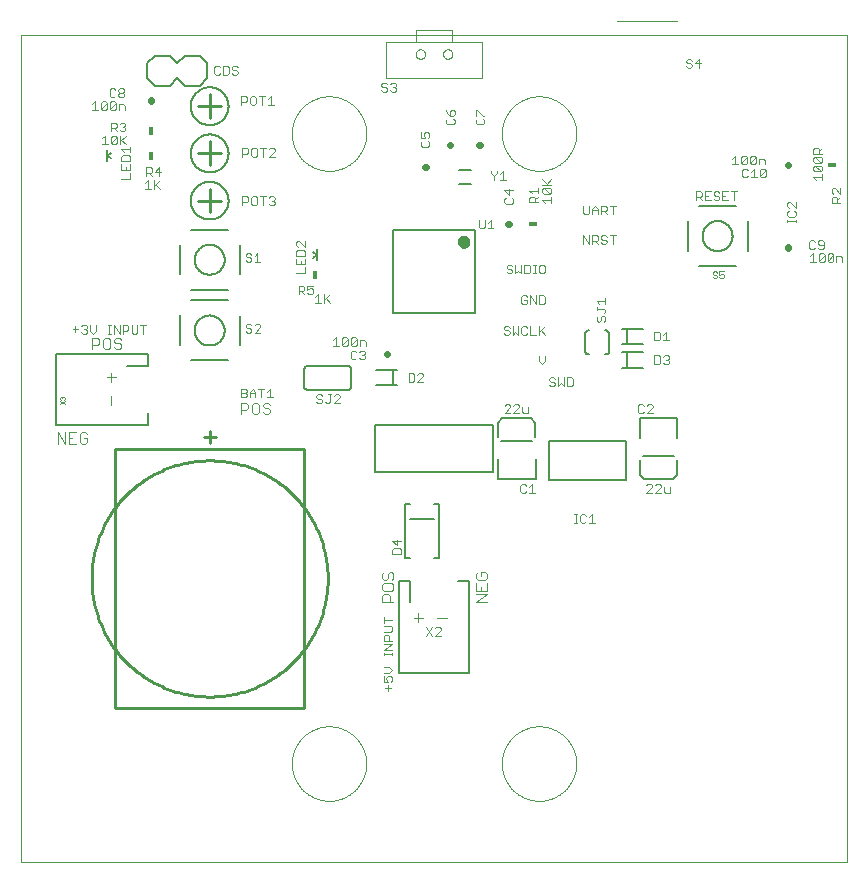
<source format=gto>
G75*
%MOIN*%
%OFA0B0*%
%FSLAX25Y25*%
%IPPOS*%
%LPD*%
%AMOC8*
5,1,8,0,0,1.08239X$1,22.5*
%
%ADD10C,0.00300*%
%ADD11C,0.00000*%
%ADD12C,0.00500*%
%ADD13C,0.02400*%
%ADD14C,0.01000*%
%ADD15C,0.00800*%
%ADD16R,0.03000X0.01800*%
%ADD17C,0.02200*%
%ADD18C,0.00400*%
%ADD19C,0.00197*%
%ADD20C,0.00315*%
%ADD21C,0.00600*%
%ADD22C,0.00200*%
%ADD23R,0.01800X0.03000*%
%ADD24C,0.00100*%
D10*
X0122363Y0061413D02*
X0123815Y0061413D01*
X0123331Y0062381D01*
X0123331Y0062865D01*
X0123815Y0063348D01*
X0124782Y0063348D01*
X0125266Y0062865D01*
X0125266Y0061897D01*
X0124782Y0061413D01*
X0123815Y0060402D02*
X0123815Y0058467D01*
X0124782Y0059434D02*
X0122847Y0059434D01*
X0122363Y0061413D02*
X0122363Y0063348D01*
X0122363Y0064360D02*
X0124298Y0064360D01*
X0125266Y0065327D01*
X0124298Y0066295D01*
X0122363Y0066295D01*
X0122363Y0070253D02*
X0122363Y0071220D01*
X0122363Y0070737D02*
X0125266Y0070737D01*
X0125266Y0071220D02*
X0125266Y0070253D01*
X0125266Y0072217D02*
X0122363Y0072217D01*
X0125266Y0074152D01*
X0122363Y0074152D01*
X0122363Y0075164D02*
X0122363Y0076615D01*
X0122847Y0077099D01*
X0123815Y0077099D01*
X0124298Y0076615D01*
X0124298Y0075164D01*
X0125266Y0075164D02*
X0122363Y0075164D01*
X0122363Y0078110D02*
X0124782Y0078110D01*
X0125266Y0078594D01*
X0125266Y0079561D01*
X0124782Y0080045D01*
X0122363Y0080045D01*
X0122363Y0081057D02*
X0122363Y0082992D01*
X0122363Y0082024D02*
X0125266Y0082024D01*
X0125659Y0088164D02*
X0121956Y0088164D01*
X0121956Y0090016D01*
X0122573Y0090633D01*
X0123808Y0090633D01*
X0124425Y0090016D01*
X0124425Y0088164D01*
X0125042Y0091847D02*
X0125659Y0092465D01*
X0125659Y0093699D01*
X0125042Y0094316D01*
X0122573Y0094316D01*
X0121956Y0093699D01*
X0121956Y0092465D01*
X0122573Y0091847D01*
X0125042Y0091847D01*
X0125042Y0095530D02*
X0125659Y0096148D01*
X0125659Y0097382D01*
X0125042Y0097999D01*
X0124425Y0097999D01*
X0123808Y0097382D01*
X0123808Y0096148D01*
X0123191Y0095530D01*
X0122573Y0095530D01*
X0121956Y0096148D01*
X0121956Y0097382D01*
X0122573Y0097999D01*
X0125312Y0103967D02*
X0125312Y0105419D01*
X0125796Y0105902D01*
X0127731Y0105902D01*
X0128215Y0105419D01*
X0128215Y0103967D01*
X0125312Y0103967D01*
X0126763Y0106914D02*
X0126763Y0108849D01*
X0125312Y0108365D02*
X0126763Y0106914D01*
X0128215Y0108365D02*
X0125312Y0108365D01*
X0153122Y0097382D02*
X0153122Y0096148D01*
X0153739Y0095530D01*
X0156208Y0095530D01*
X0156825Y0096148D01*
X0156825Y0097382D01*
X0156208Y0097999D01*
X0154973Y0097999D01*
X0154973Y0096765D01*
X0153739Y0097999D02*
X0153122Y0097382D01*
X0153122Y0094316D02*
X0153122Y0091847D01*
X0156825Y0091847D01*
X0156825Y0094316D01*
X0154973Y0093082D02*
X0154973Y0091847D01*
X0153122Y0090633D02*
X0156825Y0090633D01*
X0153122Y0088164D01*
X0156825Y0088164D01*
X0141365Y0079233D02*
X0141365Y0078750D01*
X0139430Y0076815D01*
X0141365Y0076815D01*
X0141365Y0079233D02*
X0140881Y0079717D01*
X0139914Y0079717D01*
X0139430Y0079233D01*
X0138419Y0079717D02*
X0136484Y0076815D01*
X0138419Y0076815D02*
X0136484Y0079717D01*
X0168464Y0124452D02*
X0169431Y0124452D01*
X0169915Y0124936D01*
X0170926Y0124452D02*
X0172861Y0124452D01*
X0171894Y0124452D02*
X0171894Y0127355D01*
X0170926Y0126387D01*
X0169915Y0126871D02*
X0169431Y0127355D01*
X0168464Y0127355D01*
X0167980Y0126871D01*
X0167980Y0124936D01*
X0168464Y0124452D01*
X0185919Y0117361D02*
X0186886Y0117361D01*
X0186403Y0117361D02*
X0186403Y0114458D01*
X0186886Y0114458D02*
X0185919Y0114458D01*
X0187883Y0114942D02*
X0187883Y0116877D01*
X0188367Y0117361D01*
X0189335Y0117361D01*
X0189818Y0116877D01*
X0190830Y0116393D02*
X0191797Y0117361D01*
X0191797Y0114458D01*
X0190830Y0114458D02*
X0192765Y0114458D01*
X0189818Y0114942D02*
X0189335Y0114458D01*
X0188367Y0114458D01*
X0187883Y0114942D01*
X0209915Y0124492D02*
X0211850Y0126427D01*
X0211850Y0126910D01*
X0211366Y0127394D01*
X0210399Y0127394D01*
X0209915Y0126910D01*
X0209915Y0124492D02*
X0211850Y0124492D01*
X0212862Y0124492D02*
X0214797Y0126427D01*
X0214797Y0126910D01*
X0214313Y0127394D01*
X0213345Y0127394D01*
X0212862Y0126910D01*
X0212862Y0124492D02*
X0214797Y0124492D01*
X0215808Y0124975D02*
X0216292Y0124492D01*
X0217743Y0124492D01*
X0217743Y0126427D01*
X0215808Y0126427D02*
X0215808Y0124975D01*
X0212061Y0151038D02*
X0210126Y0151038D01*
X0212061Y0152973D01*
X0212061Y0153457D01*
X0211578Y0153941D01*
X0210610Y0153941D01*
X0210126Y0153457D01*
X0209115Y0153457D02*
X0208631Y0153941D01*
X0207664Y0153941D01*
X0207180Y0153457D01*
X0207180Y0151522D01*
X0207664Y0151038D01*
X0208631Y0151038D01*
X0209115Y0151522D01*
X0212617Y0167361D02*
X0214068Y0167361D01*
X0214552Y0167845D01*
X0214552Y0169780D01*
X0214068Y0170263D01*
X0212617Y0170263D01*
X0212617Y0167361D01*
X0215563Y0167845D02*
X0216047Y0167361D01*
X0217015Y0167361D01*
X0217498Y0167845D01*
X0217498Y0168329D01*
X0217015Y0168812D01*
X0216531Y0168812D01*
X0217015Y0168812D02*
X0217498Y0169296D01*
X0217498Y0169780D01*
X0217015Y0170263D01*
X0216047Y0170263D01*
X0215563Y0169780D01*
X0215563Y0175235D02*
X0217498Y0175235D01*
X0216531Y0175235D02*
X0216531Y0178138D01*
X0215563Y0177170D01*
X0214552Y0177654D02*
X0214068Y0178138D01*
X0212617Y0178138D01*
X0212617Y0175235D01*
X0214068Y0175235D01*
X0214552Y0175719D01*
X0214552Y0177654D01*
X0196250Y0181923D02*
X0195766Y0181440D01*
X0196250Y0181923D02*
X0196250Y0182891D01*
X0195766Y0183375D01*
X0195283Y0183375D01*
X0194799Y0182891D01*
X0194799Y0181923D01*
X0194315Y0181440D01*
X0193831Y0181440D01*
X0193348Y0181923D01*
X0193348Y0182891D01*
X0193831Y0183375D01*
X0193348Y0185354D02*
X0193348Y0186321D01*
X0193348Y0185838D02*
X0195766Y0185838D01*
X0196250Y0185354D01*
X0196250Y0184870D01*
X0195766Y0184386D01*
X0196250Y0187333D02*
X0196250Y0189268D01*
X0196250Y0188300D02*
X0193348Y0188300D01*
X0194315Y0187333D01*
X0176129Y0187835D02*
X0176129Y0189770D01*
X0175645Y0190254D01*
X0174194Y0190254D01*
X0174194Y0187352D01*
X0175645Y0187352D01*
X0176129Y0187835D01*
X0173182Y0187352D02*
X0173182Y0190254D01*
X0171248Y0190254D02*
X0171248Y0187352D01*
X0170236Y0187835D02*
X0170236Y0188803D01*
X0169268Y0188803D01*
X0168301Y0189770D02*
X0168301Y0187835D01*
X0168785Y0187352D01*
X0169752Y0187352D01*
X0170236Y0187835D01*
X0170236Y0189770D02*
X0169752Y0190254D01*
X0168785Y0190254D01*
X0168301Y0189770D01*
X0171248Y0190254D02*
X0173182Y0187352D01*
X0174194Y0180018D02*
X0174194Y0177115D01*
X0174194Y0178083D02*
X0176129Y0180018D01*
X0174678Y0178567D02*
X0176129Y0177115D01*
X0173182Y0177115D02*
X0171248Y0177115D01*
X0171248Y0180018D01*
X0170236Y0179534D02*
X0169752Y0180018D01*
X0168785Y0180018D01*
X0168301Y0179534D01*
X0168301Y0177599D01*
X0168785Y0177115D01*
X0169752Y0177115D01*
X0170236Y0177599D01*
X0167289Y0177115D02*
X0167289Y0180018D01*
X0165354Y0180018D02*
X0165354Y0177115D01*
X0166322Y0178083D01*
X0167289Y0177115D01*
X0164343Y0177599D02*
X0163859Y0177115D01*
X0162892Y0177115D01*
X0162408Y0177599D01*
X0162892Y0178567D02*
X0163859Y0178567D01*
X0164343Y0178083D01*
X0164343Y0177599D01*
X0162892Y0178567D02*
X0162408Y0179050D01*
X0162408Y0179534D01*
X0162892Y0180018D01*
X0163859Y0180018D01*
X0164343Y0179534D01*
X0174194Y0170175D02*
X0174194Y0168240D01*
X0175162Y0167273D01*
X0176129Y0168240D01*
X0176129Y0170175D01*
X0178022Y0162950D02*
X0177538Y0162466D01*
X0177538Y0161983D01*
X0178022Y0161499D01*
X0178989Y0161499D01*
X0179473Y0161015D01*
X0179473Y0160531D01*
X0178989Y0160048D01*
X0178022Y0160048D01*
X0177538Y0160531D01*
X0178022Y0162950D02*
X0178989Y0162950D01*
X0179473Y0162466D01*
X0180485Y0162950D02*
X0180485Y0160048D01*
X0181452Y0161015D01*
X0182420Y0160048D01*
X0182420Y0162950D01*
X0183431Y0162950D02*
X0184882Y0162950D01*
X0185366Y0162466D01*
X0185366Y0160531D01*
X0184882Y0160048D01*
X0183431Y0160048D01*
X0183431Y0162950D01*
X0170520Y0152934D02*
X0170520Y0150999D01*
X0169069Y0150999D01*
X0168585Y0151483D01*
X0168585Y0152934D01*
X0167573Y0152934D02*
X0167573Y0153418D01*
X0167089Y0153901D01*
X0166122Y0153901D01*
X0165638Y0153418D01*
X0164627Y0153418D02*
X0164143Y0153901D01*
X0163175Y0153901D01*
X0162692Y0153418D01*
X0164627Y0153418D02*
X0164627Y0152934D01*
X0162692Y0150999D01*
X0164627Y0150999D01*
X0165638Y0150999D02*
X0167573Y0152934D01*
X0167573Y0150999D02*
X0165638Y0150999D01*
X0135609Y0161456D02*
X0133674Y0161456D01*
X0135609Y0163390D01*
X0135609Y0163874D01*
X0135125Y0164358D01*
X0134157Y0164358D01*
X0133674Y0163874D01*
X0132662Y0163874D02*
X0132178Y0164358D01*
X0130727Y0164358D01*
X0130727Y0161456D01*
X0132178Y0161456D01*
X0132662Y0161939D01*
X0132662Y0163874D01*
X0116243Y0169456D02*
X0115759Y0168972D01*
X0114792Y0168972D01*
X0114308Y0169456D01*
X0113297Y0169456D02*
X0112813Y0168972D01*
X0111845Y0168972D01*
X0111362Y0169456D01*
X0111362Y0171391D01*
X0111845Y0171875D01*
X0112813Y0171875D01*
X0113297Y0171391D01*
X0114308Y0171391D02*
X0114792Y0171875D01*
X0115759Y0171875D01*
X0116243Y0171391D01*
X0116243Y0170907D01*
X0115759Y0170423D01*
X0116243Y0169940D01*
X0116243Y0169456D01*
X0115759Y0170423D02*
X0115276Y0170423D01*
X0114415Y0173322D02*
X0114415Y0175257D01*
X0115866Y0175257D01*
X0116349Y0174774D01*
X0116349Y0173322D01*
X0113403Y0173806D02*
X0113403Y0175741D01*
X0111468Y0173806D01*
X0111952Y0173322D01*
X0112919Y0173322D01*
X0113403Y0173806D01*
X0111468Y0173806D02*
X0111468Y0175741D01*
X0111952Y0176225D01*
X0112919Y0176225D01*
X0113403Y0175741D01*
X0110456Y0175741D02*
X0110456Y0173806D01*
X0109973Y0173322D01*
X0109005Y0173322D01*
X0108521Y0173806D01*
X0110456Y0175741D01*
X0109973Y0176225D01*
X0109005Y0176225D01*
X0108521Y0175741D01*
X0108521Y0173806D01*
X0107510Y0173322D02*
X0105575Y0173322D01*
X0106542Y0173322D02*
X0106542Y0176225D01*
X0105575Y0175257D01*
X0104538Y0187889D02*
X0103087Y0189341D01*
X0102603Y0188857D02*
X0104538Y0190792D01*
X0102603Y0190792D02*
X0102603Y0187889D01*
X0101592Y0187889D02*
X0099657Y0187889D01*
X0100624Y0187889D02*
X0100624Y0190792D01*
X0099657Y0189824D01*
X0098437Y0190626D02*
X0097469Y0190626D01*
X0096985Y0191109D01*
X0096985Y0192077D02*
X0097953Y0192561D01*
X0098437Y0192561D01*
X0098920Y0192077D01*
X0098920Y0191109D01*
X0098437Y0190626D01*
X0096985Y0192077D02*
X0096985Y0193528D01*
X0098920Y0193528D01*
X0095974Y0193044D02*
X0095974Y0192077D01*
X0095490Y0191593D01*
X0094039Y0191593D01*
X0095006Y0191593D02*
X0095974Y0190626D01*
X0094039Y0190626D02*
X0094039Y0193528D01*
X0095490Y0193528D01*
X0095974Y0193044D01*
X0096138Y0197656D02*
X0093235Y0197656D01*
X0096138Y0197656D02*
X0096138Y0199591D01*
X0096138Y0200603D02*
X0096138Y0202538D01*
X0096138Y0203549D02*
X0096138Y0205001D01*
X0095654Y0205484D01*
X0093719Y0205484D01*
X0093235Y0205001D01*
X0093235Y0203549D01*
X0096138Y0203549D01*
X0094687Y0201570D02*
X0094687Y0200603D01*
X0096138Y0200603D02*
X0093235Y0200603D01*
X0093235Y0202538D01*
X0093719Y0206496D02*
X0093235Y0206980D01*
X0093235Y0207947D01*
X0093719Y0208431D01*
X0094203Y0208431D01*
X0096138Y0206496D01*
X0096138Y0208431D01*
X0085620Y0220330D02*
X0084653Y0220330D01*
X0084169Y0220813D01*
X0085137Y0221781D02*
X0085620Y0221781D01*
X0086104Y0221297D01*
X0086104Y0220813D01*
X0085620Y0220330D01*
X0085620Y0221781D02*
X0086104Y0222265D01*
X0086104Y0222748D01*
X0085620Y0223232D01*
X0084653Y0223232D01*
X0084169Y0222748D01*
X0083158Y0223232D02*
X0081223Y0223232D01*
X0082190Y0223232D02*
X0082190Y0220330D01*
X0080211Y0220813D02*
X0080211Y0222748D01*
X0079727Y0223232D01*
X0078760Y0223232D01*
X0078276Y0222748D01*
X0078276Y0220813D01*
X0078760Y0220330D01*
X0079727Y0220330D01*
X0080211Y0220813D01*
X0077265Y0221781D02*
X0076781Y0221297D01*
X0075330Y0221297D01*
X0075330Y0220330D02*
X0075330Y0223232D01*
X0076781Y0223232D01*
X0077265Y0222748D01*
X0077265Y0221781D01*
X0078760Y0236471D02*
X0079727Y0236471D01*
X0080211Y0236955D01*
X0080211Y0238890D01*
X0079727Y0239374D01*
X0078760Y0239374D01*
X0078276Y0238890D01*
X0078276Y0236955D01*
X0078760Y0236471D01*
X0077265Y0237922D02*
X0076781Y0237439D01*
X0075330Y0237439D01*
X0075330Y0236471D02*
X0075330Y0239374D01*
X0076781Y0239374D01*
X0077265Y0238890D01*
X0077265Y0237922D01*
X0081223Y0239374D02*
X0083158Y0239374D01*
X0082190Y0239374D02*
X0082190Y0236471D01*
X0084169Y0236471D02*
X0086104Y0238406D01*
X0086104Y0238890D01*
X0085620Y0239374D01*
X0084653Y0239374D01*
X0084169Y0238890D01*
X0084169Y0236471D02*
X0086104Y0236471D01*
X0085710Y0253794D02*
X0083775Y0253794D01*
X0084743Y0253794D02*
X0084743Y0256697D01*
X0083775Y0255729D01*
X0082764Y0256697D02*
X0080829Y0256697D01*
X0081796Y0256697D02*
X0081796Y0253794D01*
X0079817Y0254278D02*
X0079817Y0256213D01*
X0079334Y0256697D01*
X0078366Y0256697D01*
X0077882Y0256213D01*
X0077882Y0254278D01*
X0078366Y0253794D01*
X0079334Y0253794D01*
X0079817Y0254278D01*
X0076871Y0255245D02*
X0076387Y0254762D01*
X0074936Y0254762D01*
X0074936Y0253794D02*
X0074936Y0256697D01*
X0076387Y0256697D01*
X0076871Y0256213D01*
X0076871Y0255245D01*
X0073279Y0263868D02*
X0072312Y0263868D01*
X0071828Y0264352D01*
X0070817Y0264352D02*
X0070817Y0266287D01*
X0070333Y0266771D01*
X0068882Y0266771D01*
X0068882Y0263868D01*
X0070333Y0263868D01*
X0070817Y0264352D01*
X0071828Y0265803D02*
X0072312Y0265319D01*
X0073279Y0265319D01*
X0073763Y0264836D01*
X0073763Y0264352D01*
X0073279Y0263868D01*
X0071828Y0265803D02*
X0071828Y0266287D01*
X0072312Y0266771D01*
X0073279Y0266771D01*
X0073763Y0266287D01*
X0067870Y0266287D02*
X0067386Y0266771D01*
X0066419Y0266771D01*
X0065935Y0266287D01*
X0065935Y0264352D01*
X0066419Y0263868D01*
X0067386Y0263868D01*
X0067870Y0264352D01*
X0036322Y0247375D02*
X0036322Y0246891D01*
X0035838Y0246408D01*
X0036322Y0245924D01*
X0036322Y0245440D01*
X0035838Y0244956D01*
X0034871Y0244956D01*
X0034387Y0245440D01*
X0033375Y0244956D02*
X0032408Y0245924D01*
X0032892Y0245924D02*
X0031440Y0245924D01*
X0031440Y0244956D02*
X0031440Y0247859D01*
X0032892Y0247859D01*
X0033375Y0247375D01*
X0033375Y0246408D01*
X0032892Y0245924D01*
X0034387Y0247375D02*
X0034871Y0247859D01*
X0035838Y0247859D01*
X0036322Y0247375D01*
X0035838Y0246408D02*
X0035354Y0246408D01*
X0034493Y0243548D02*
X0034493Y0240645D01*
X0034493Y0241613D02*
X0036428Y0243548D01*
X0034977Y0242097D02*
X0036428Y0240645D01*
X0037909Y0239865D02*
X0037909Y0237930D01*
X0037909Y0238898D02*
X0035006Y0238898D01*
X0035974Y0237930D01*
X0035490Y0236919D02*
X0035006Y0236435D01*
X0035006Y0234984D01*
X0037909Y0234984D01*
X0037909Y0236435D01*
X0037425Y0236919D01*
X0035490Y0236919D01*
X0035006Y0233972D02*
X0035006Y0232037D01*
X0037909Y0232037D01*
X0037909Y0233972D01*
X0036457Y0233005D02*
X0036457Y0232037D01*
X0037909Y0231026D02*
X0037909Y0229091D01*
X0035006Y0229091D01*
X0042964Y0227620D02*
X0043932Y0228587D01*
X0043932Y0225685D01*
X0044899Y0225685D02*
X0042964Y0225685D01*
X0045911Y0225685D02*
X0045911Y0228587D01*
X0046394Y0227136D02*
X0047846Y0225685D01*
X0045911Y0226652D02*
X0047846Y0228587D01*
X0047649Y0229996D02*
X0047649Y0232898D01*
X0046198Y0231447D01*
X0048133Y0231447D01*
X0045186Y0231447D02*
X0045186Y0232414D01*
X0044703Y0232898D01*
X0043251Y0232898D01*
X0043251Y0229996D01*
X0043251Y0230963D02*
X0044703Y0230963D01*
X0045186Y0231447D01*
X0044219Y0230963D02*
X0045186Y0229996D01*
X0033482Y0241129D02*
X0032998Y0240645D01*
X0032030Y0240645D01*
X0031547Y0241129D01*
X0033482Y0243064D01*
X0033482Y0241129D01*
X0033482Y0243064D02*
X0032998Y0243548D01*
X0032030Y0243548D01*
X0031547Y0243064D01*
X0031547Y0241129D01*
X0030535Y0240645D02*
X0028600Y0240645D01*
X0029568Y0240645D02*
X0029568Y0243548D01*
X0028600Y0242580D01*
X0028690Y0252063D02*
X0028207Y0252546D01*
X0030141Y0254481D01*
X0030141Y0252546D01*
X0029658Y0252063D01*
X0028690Y0252063D01*
X0028207Y0252546D02*
X0028207Y0254481D01*
X0028690Y0254965D01*
X0029658Y0254965D01*
X0030141Y0254481D01*
X0031153Y0254481D02*
X0031153Y0252546D01*
X0033088Y0254481D01*
X0033088Y0252546D01*
X0032604Y0252063D01*
X0031637Y0252063D01*
X0031153Y0252546D01*
X0031153Y0254481D02*
X0031637Y0254965D01*
X0032604Y0254965D01*
X0033088Y0254481D01*
X0034100Y0253998D02*
X0035551Y0253998D01*
X0036035Y0253514D01*
X0036035Y0252063D01*
X0034100Y0252063D02*
X0034100Y0253998D01*
X0034477Y0256374D02*
X0033993Y0256857D01*
X0033993Y0257341D01*
X0034477Y0257825D01*
X0035444Y0257825D01*
X0035928Y0257341D01*
X0035928Y0256857D01*
X0035444Y0256374D01*
X0034477Y0256374D01*
X0034477Y0257825D02*
X0033993Y0258309D01*
X0033993Y0258792D01*
X0034477Y0259276D01*
X0035444Y0259276D01*
X0035928Y0258792D01*
X0035928Y0258309D01*
X0035444Y0257825D01*
X0032982Y0258792D02*
X0032498Y0259276D01*
X0031530Y0259276D01*
X0031047Y0258792D01*
X0031047Y0256857D01*
X0031530Y0256374D01*
X0032498Y0256374D01*
X0032982Y0256857D01*
X0026227Y0254965D02*
X0026227Y0252063D01*
X0025260Y0252063D02*
X0027195Y0252063D01*
X0025260Y0253998D02*
X0026227Y0254965D01*
X0076880Y0204366D02*
X0076396Y0203882D01*
X0076396Y0203398D01*
X0076880Y0202915D01*
X0077848Y0202915D01*
X0078331Y0202431D01*
X0078331Y0201947D01*
X0077848Y0201463D01*
X0076880Y0201463D01*
X0076396Y0201947D01*
X0076880Y0204366D02*
X0077848Y0204366D01*
X0078331Y0203882D01*
X0079343Y0203398D02*
X0080310Y0204366D01*
X0080310Y0201463D01*
X0079343Y0201463D02*
X0081278Y0201463D01*
X0080794Y0180744D02*
X0079827Y0180744D01*
X0079343Y0180260D01*
X0078331Y0180260D02*
X0077848Y0180744D01*
X0076880Y0180744D01*
X0076396Y0180260D01*
X0076396Y0179776D01*
X0076880Y0179293D01*
X0077848Y0179293D01*
X0078331Y0178809D01*
X0078331Y0178325D01*
X0077848Y0177841D01*
X0076880Y0177841D01*
X0076396Y0178325D01*
X0079343Y0177841D02*
X0081278Y0179776D01*
X0081278Y0180260D01*
X0080794Y0180744D01*
X0081278Y0177841D02*
X0079343Y0177841D01*
X0078692Y0159177D02*
X0079660Y0158209D01*
X0079660Y0156274D01*
X0079660Y0157726D02*
X0077725Y0157726D01*
X0077725Y0158209D02*
X0078692Y0159177D01*
X0077725Y0158209D02*
X0077725Y0156274D01*
X0076713Y0156758D02*
X0076230Y0156274D01*
X0074778Y0156274D01*
X0074778Y0159177D01*
X0076230Y0159177D01*
X0076713Y0158693D01*
X0076713Y0158209D01*
X0076230Y0157726D01*
X0074778Y0157726D01*
X0076230Y0157726D02*
X0076713Y0157242D01*
X0076713Y0156758D01*
X0076630Y0154466D02*
X0074778Y0154466D01*
X0074778Y0150763D01*
X0074778Y0151997D02*
X0076630Y0151997D01*
X0077247Y0152614D01*
X0077247Y0153849D01*
X0076630Y0154466D01*
X0078461Y0153849D02*
X0078461Y0151380D01*
X0079079Y0150763D01*
X0080313Y0150763D01*
X0080930Y0151380D01*
X0080930Y0153849D01*
X0080313Y0154466D01*
X0079079Y0154466D01*
X0078461Y0153849D01*
X0082145Y0153849D02*
X0082145Y0153231D01*
X0082762Y0152614D01*
X0083996Y0152614D01*
X0084613Y0151997D01*
X0084613Y0151380D01*
X0083996Y0150763D01*
X0082762Y0150763D01*
X0082145Y0151380D01*
X0082145Y0153849D02*
X0082762Y0154466D01*
X0083996Y0154466D01*
X0084613Y0153849D01*
X0084585Y0156274D02*
X0084585Y0159177D01*
X0083618Y0158209D01*
X0082606Y0159177D02*
X0080671Y0159177D01*
X0081639Y0159177D02*
X0081639Y0156274D01*
X0083618Y0156274D02*
X0085553Y0156274D01*
X0099993Y0156309D02*
X0100477Y0155825D01*
X0101444Y0155825D01*
X0101928Y0155341D01*
X0101928Y0154857D01*
X0101444Y0154374D01*
X0100477Y0154374D01*
X0099993Y0154857D01*
X0099993Y0156309D02*
X0099993Y0156792D01*
X0100477Y0157276D01*
X0101444Y0157276D01*
X0101928Y0156792D01*
X0103907Y0157276D02*
X0104875Y0157276D01*
X0104391Y0157276D02*
X0104391Y0154857D01*
X0103907Y0154374D01*
X0103423Y0154374D01*
X0102940Y0154857D01*
X0105886Y0154374D02*
X0107821Y0156309D01*
X0107821Y0156792D01*
X0107337Y0157276D01*
X0106370Y0157276D01*
X0105886Y0156792D01*
X0105886Y0154374D02*
X0107821Y0154374D01*
X0163390Y0198072D02*
X0163874Y0197588D01*
X0164841Y0197588D01*
X0165325Y0198072D01*
X0165325Y0198555D01*
X0164841Y0199039D01*
X0163874Y0199039D01*
X0163390Y0199523D01*
X0163390Y0200007D01*
X0163874Y0200490D01*
X0164841Y0200490D01*
X0165325Y0200007D01*
X0166337Y0200490D02*
X0166337Y0197588D01*
X0167304Y0198555D01*
X0168272Y0197588D01*
X0168272Y0200490D01*
X0169283Y0200490D02*
X0170734Y0200490D01*
X0171218Y0200007D01*
X0171218Y0198072D01*
X0170734Y0197588D01*
X0169283Y0197588D01*
X0169283Y0200490D01*
X0172230Y0200490D02*
X0173197Y0200490D01*
X0172713Y0200490D02*
X0172713Y0197588D01*
X0172230Y0197588D02*
X0173197Y0197588D01*
X0174194Y0198072D02*
X0174678Y0197588D01*
X0175645Y0197588D01*
X0176129Y0198072D01*
X0176129Y0200007D01*
X0175645Y0200490D01*
X0174678Y0200490D01*
X0174194Y0200007D01*
X0174194Y0198072D01*
X0188952Y0207430D02*
X0188952Y0210333D01*
X0190887Y0207430D01*
X0190887Y0210333D01*
X0191898Y0210333D02*
X0193349Y0210333D01*
X0193833Y0209849D01*
X0193833Y0208882D01*
X0193349Y0208398D01*
X0191898Y0208398D01*
X0192866Y0208398D02*
X0193833Y0207430D01*
X0194845Y0207914D02*
X0195328Y0207430D01*
X0196296Y0207430D01*
X0196780Y0207914D01*
X0196780Y0208398D01*
X0196296Y0208882D01*
X0195328Y0208882D01*
X0194845Y0209365D01*
X0194845Y0209849D01*
X0195328Y0210333D01*
X0196296Y0210333D01*
X0196780Y0209849D01*
X0197791Y0210333D02*
X0199726Y0210333D01*
X0198759Y0210333D02*
X0198759Y0207430D01*
X0191898Y0207430D02*
X0191898Y0210333D01*
X0191898Y0217273D02*
X0191898Y0219208D01*
X0192866Y0220175D01*
X0193833Y0219208D01*
X0193833Y0217273D01*
X0194845Y0217273D02*
X0194845Y0220175D01*
X0196296Y0220175D01*
X0196780Y0219692D01*
X0196780Y0218724D01*
X0196296Y0218240D01*
X0194845Y0218240D01*
X0195812Y0218240D02*
X0196780Y0217273D01*
X0198759Y0217273D02*
X0198759Y0220175D01*
X0199726Y0220175D02*
X0197791Y0220175D01*
X0193833Y0218724D02*
X0191898Y0218724D01*
X0190887Y0217757D02*
X0190887Y0220175D01*
X0188952Y0220175D02*
X0188952Y0217757D01*
X0189435Y0217273D01*
X0190403Y0217273D01*
X0190887Y0217757D01*
X0178191Y0221172D02*
X0178191Y0223107D01*
X0178191Y0222140D02*
X0175288Y0222140D01*
X0176256Y0221172D01*
X0173841Y0221278D02*
X0170938Y0221278D01*
X0170938Y0222730D01*
X0171422Y0223213D01*
X0172389Y0223213D01*
X0172873Y0222730D01*
X0172873Y0221278D01*
X0172873Y0222246D02*
X0173841Y0223213D01*
X0173841Y0224225D02*
X0173841Y0226160D01*
X0173841Y0225192D02*
X0170938Y0225192D01*
X0171906Y0224225D01*
X0175288Y0224602D02*
X0175288Y0225570D01*
X0175772Y0226054D01*
X0177707Y0224119D01*
X0178191Y0224602D01*
X0178191Y0225570D01*
X0177707Y0226054D01*
X0175772Y0226054D01*
X0175288Y0227065D02*
X0178191Y0227065D01*
X0177223Y0227065D02*
X0175288Y0229000D01*
X0176740Y0227549D02*
X0178191Y0229000D01*
X0177707Y0224119D02*
X0175772Y0224119D01*
X0175288Y0224602D01*
X0165573Y0225282D02*
X0162670Y0225282D01*
X0164122Y0223831D01*
X0164122Y0225766D01*
X0165089Y0222820D02*
X0165573Y0222336D01*
X0165573Y0221368D01*
X0165089Y0220885D01*
X0163154Y0220885D01*
X0162670Y0221368D01*
X0162670Y0222336D01*
X0163154Y0222820D01*
X0163124Y0228715D02*
X0161189Y0228715D01*
X0162157Y0228715D02*
X0162157Y0231618D01*
X0161189Y0230650D01*
X0160178Y0231134D02*
X0160178Y0231618D01*
X0160178Y0231134D02*
X0159210Y0230167D01*
X0159210Y0228715D01*
X0159210Y0230167D02*
X0158243Y0231134D01*
X0158243Y0231618D01*
X0158023Y0215476D02*
X0158023Y0212574D01*
X0157056Y0212574D02*
X0158991Y0212574D01*
X0157056Y0214509D02*
X0158023Y0215476D01*
X0156044Y0215476D02*
X0156044Y0213057D01*
X0155560Y0212574D01*
X0154593Y0212574D01*
X0154109Y0213057D01*
X0154109Y0215476D01*
X0137136Y0239782D02*
X0135201Y0239782D01*
X0134718Y0240266D01*
X0134718Y0241234D01*
X0135201Y0241717D01*
X0134718Y0242729D02*
X0136169Y0242729D01*
X0135685Y0243696D01*
X0135685Y0244180D01*
X0136169Y0244664D01*
X0137136Y0244664D01*
X0137620Y0244180D01*
X0137620Y0243213D01*
X0137136Y0242729D01*
X0137136Y0241717D02*
X0137620Y0241234D01*
X0137620Y0240266D01*
X0137136Y0239782D01*
X0134718Y0242729D02*
X0134718Y0244664D01*
X0143182Y0247746D02*
X0143666Y0247263D01*
X0145601Y0247263D01*
X0146085Y0247746D01*
X0146085Y0248714D01*
X0145601Y0249198D01*
X0145601Y0250209D02*
X0146085Y0250693D01*
X0146085Y0251660D01*
X0145601Y0252144D01*
X0145117Y0252144D01*
X0144633Y0251660D01*
X0144633Y0250209D01*
X0145601Y0250209D01*
X0144633Y0250209D02*
X0143666Y0251177D01*
X0143182Y0252144D01*
X0143666Y0249198D02*
X0143182Y0248714D01*
X0143182Y0247746D01*
X0153025Y0247746D02*
X0153508Y0247263D01*
X0155443Y0247263D01*
X0155927Y0247746D01*
X0155927Y0248714D01*
X0155443Y0249198D01*
X0155443Y0250209D02*
X0155927Y0250209D01*
X0155443Y0250209D02*
X0153508Y0252144D01*
X0153025Y0252144D01*
X0153025Y0250209D01*
X0153508Y0249198D02*
X0153025Y0248714D01*
X0153025Y0247746D01*
X0126523Y0258676D02*
X0126039Y0258193D01*
X0125071Y0258193D01*
X0124588Y0258676D01*
X0123576Y0258676D02*
X0123092Y0258193D01*
X0122125Y0258193D01*
X0121641Y0258676D01*
X0122125Y0259644D02*
X0123092Y0259644D01*
X0123576Y0259160D01*
X0123576Y0258676D01*
X0122125Y0259644D02*
X0121641Y0260127D01*
X0121641Y0260611D01*
X0122125Y0261095D01*
X0123092Y0261095D01*
X0123576Y0260611D01*
X0124588Y0260611D02*
X0125071Y0261095D01*
X0126039Y0261095D01*
X0126523Y0260611D01*
X0126523Y0260127D01*
X0126039Y0259644D01*
X0126523Y0259160D01*
X0126523Y0258676D01*
X0126039Y0259644D02*
X0125555Y0259644D01*
X0043228Y0180437D02*
X0041293Y0180437D01*
X0042260Y0180437D02*
X0042260Y0177534D01*
X0040281Y0178018D02*
X0040281Y0180437D01*
X0038346Y0180437D02*
X0038346Y0178018D01*
X0038830Y0177534D01*
X0039798Y0177534D01*
X0040281Y0178018D01*
X0037335Y0178985D02*
X0036851Y0178502D01*
X0035400Y0178502D01*
X0035400Y0177534D02*
X0035400Y0180437D01*
X0036851Y0180437D01*
X0037335Y0179953D01*
X0037335Y0178985D01*
X0034388Y0177534D02*
X0034388Y0180437D01*
X0032453Y0180437D02*
X0032453Y0177534D01*
X0031457Y0177534D02*
X0030489Y0177534D01*
X0030973Y0177534D02*
X0030973Y0180437D01*
X0030489Y0180437D02*
X0031457Y0180437D01*
X0032453Y0180437D02*
X0034388Y0177534D01*
X0034390Y0176119D02*
X0033156Y0176119D01*
X0032538Y0175502D01*
X0032538Y0174885D01*
X0033156Y0174268D01*
X0034390Y0174268D01*
X0035007Y0173651D01*
X0035007Y0173033D01*
X0034390Y0172416D01*
X0033156Y0172416D01*
X0032538Y0173033D01*
X0031324Y0173033D02*
X0031324Y0175502D01*
X0030707Y0176119D01*
X0029472Y0176119D01*
X0028855Y0175502D01*
X0028855Y0173033D01*
X0029472Y0172416D01*
X0030707Y0172416D01*
X0031324Y0173033D01*
X0034390Y0176119D02*
X0035007Y0175502D01*
X0027641Y0175502D02*
X0027641Y0174268D01*
X0027024Y0173651D01*
X0025172Y0173651D01*
X0025172Y0172416D02*
X0025172Y0176119D01*
X0027024Y0176119D01*
X0027641Y0175502D01*
X0025564Y0177534D02*
X0026531Y0178502D01*
X0026531Y0180437D01*
X0024596Y0180437D02*
X0024596Y0178502D01*
X0025564Y0177534D01*
X0023585Y0178018D02*
X0023585Y0178502D01*
X0023101Y0178985D01*
X0022617Y0178985D01*
X0023101Y0178985D02*
X0023585Y0179469D01*
X0023585Y0179953D01*
X0023101Y0180437D01*
X0022133Y0180437D01*
X0021650Y0179953D01*
X0020638Y0178985D02*
X0018703Y0178985D01*
X0019670Y0178018D02*
X0019670Y0179953D01*
X0021650Y0178018D02*
X0022133Y0177534D01*
X0023101Y0177534D01*
X0023585Y0178018D01*
X0022973Y0144560D02*
X0021738Y0144560D01*
X0021121Y0143943D01*
X0021121Y0141474D01*
X0021738Y0140857D01*
X0022973Y0140857D01*
X0023590Y0141474D01*
X0023590Y0142709D01*
X0022355Y0142709D01*
X0023590Y0143943D02*
X0022973Y0144560D01*
X0019907Y0144560D02*
X0017438Y0144560D01*
X0017438Y0140857D01*
X0019907Y0140857D01*
X0018672Y0142709D02*
X0017438Y0142709D01*
X0016223Y0140857D02*
X0016223Y0144560D01*
X0013755Y0144560D02*
X0016223Y0140857D01*
X0013755Y0140857D02*
X0013755Y0144560D01*
X0223204Y0266601D02*
X0223687Y0266117D01*
X0224655Y0266117D01*
X0225139Y0266601D01*
X0225139Y0267084D01*
X0224655Y0267568D01*
X0223687Y0267568D01*
X0223204Y0268052D01*
X0223204Y0268536D01*
X0223687Y0269019D01*
X0224655Y0269019D01*
X0225139Y0268536D01*
X0226150Y0267568D02*
X0227601Y0269019D01*
X0227601Y0266117D01*
X0228085Y0267568D02*
X0226150Y0267568D01*
X0239613Y0236855D02*
X0238646Y0235887D01*
X0239613Y0236855D02*
X0239613Y0233952D01*
X0238646Y0233952D02*
X0240581Y0233952D01*
X0241592Y0234436D02*
X0243527Y0236371D01*
X0243527Y0234436D01*
X0243044Y0233952D01*
X0242076Y0233952D01*
X0241592Y0234436D01*
X0241592Y0236371D01*
X0242076Y0236855D01*
X0243044Y0236855D01*
X0243527Y0236371D01*
X0244539Y0236371D02*
X0245023Y0236855D01*
X0245990Y0236855D01*
X0246474Y0236371D01*
X0244539Y0234436D01*
X0245023Y0233952D01*
X0245990Y0233952D01*
X0246474Y0234436D01*
X0246474Y0236371D01*
X0247485Y0235887D02*
X0248937Y0235887D01*
X0249420Y0235404D01*
X0249420Y0233952D01*
X0249224Y0232504D02*
X0249708Y0232021D01*
X0247773Y0230086D01*
X0248257Y0229602D01*
X0249224Y0229602D01*
X0249708Y0230086D01*
X0249708Y0232021D01*
X0249224Y0232504D02*
X0248257Y0232504D01*
X0247773Y0232021D01*
X0247773Y0230086D01*
X0246761Y0229602D02*
X0244826Y0229602D01*
X0245794Y0229602D02*
X0245794Y0232504D01*
X0244826Y0231537D01*
X0243815Y0232021D02*
X0243331Y0232504D01*
X0242363Y0232504D01*
X0241880Y0232021D01*
X0241880Y0230086D01*
X0242363Y0229602D01*
X0243331Y0229602D01*
X0243815Y0230086D01*
X0244539Y0234436D02*
X0244539Y0236371D01*
X0247485Y0235887D02*
X0247485Y0233952D01*
X0240188Y0224925D02*
X0238253Y0224925D01*
X0239221Y0224925D02*
X0239221Y0222022D01*
X0237242Y0222022D02*
X0235307Y0222022D01*
X0235307Y0224925D01*
X0237242Y0224925D01*
X0236274Y0223474D02*
X0235307Y0223474D01*
X0234295Y0222990D02*
X0234295Y0222506D01*
X0233811Y0222022D01*
X0232844Y0222022D01*
X0232360Y0222506D01*
X0232844Y0223474D02*
X0233811Y0223474D01*
X0234295Y0222990D01*
X0234295Y0224441D02*
X0233811Y0224925D01*
X0232844Y0224925D01*
X0232360Y0224441D01*
X0232360Y0223957D01*
X0232844Y0223474D01*
X0231349Y0224925D02*
X0229414Y0224925D01*
X0229414Y0222022D01*
X0231349Y0222022D01*
X0230381Y0223474D02*
X0229414Y0223474D01*
X0228402Y0223474D02*
X0227918Y0222990D01*
X0226467Y0222990D01*
X0226467Y0222022D02*
X0226467Y0224925D01*
X0227918Y0224925D01*
X0228402Y0224441D01*
X0228402Y0223474D01*
X0227435Y0222990D02*
X0228402Y0222022D01*
X0256914Y0220948D02*
X0256914Y0219980D01*
X0257398Y0219496D01*
X0257398Y0218485D02*
X0256914Y0218001D01*
X0256914Y0217034D01*
X0257398Y0216550D01*
X0259333Y0216550D01*
X0259817Y0217034D01*
X0259817Y0218001D01*
X0259333Y0218485D01*
X0259817Y0219496D02*
X0257882Y0221431D01*
X0257398Y0221431D01*
X0256914Y0220948D01*
X0259817Y0221431D02*
X0259817Y0219496D01*
X0259817Y0215553D02*
X0259817Y0214585D01*
X0259817Y0215069D02*
X0256914Y0215069D01*
X0256914Y0214585D02*
X0256914Y0215553D01*
X0264192Y0208150D02*
X0264192Y0206215D01*
X0264675Y0205731D01*
X0265643Y0205731D01*
X0266127Y0206215D01*
X0267138Y0206215D02*
X0267622Y0205731D01*
X0268589Y0205731D01*
X0269073Y0206215D01*
X0269073Y0208150D01*
X0268589Y0208634D01*
X0267622Y0208634D01*
X0267138Y0208150D01*
X0267138Y0207666D01*
X0267622Y0207182D01*
X0269073Y0207182D01*
X0268877Y0204283D02*
X0269361Y0203799D01*
X0267426Y0201864D01*
X0267909Y0201381D01*
X0268877Y0201381D01*
X0269361Y0201864D01*
X0269361Y0203799D01*
X0268877Y0204283D02*
X0267909Y0204283D01*
X0267426Y0203799D01*
X0267426Y0201864D01*
X0266414Y0201381D02*
X0264479Y0201381D01*
X0265447Y0201381D02*
X0265447Y0204283D01*
X0264479Y0203316D01*
X0264192Y0208150D02*
X0264675Y0208634D01*
X0265643Y0208634D01*
X0266127Y0208150D01*
X0270372Y0203799D02*
X0270372Y0201864D01*
X0272307Y0203799D01*
X0272307Y0201864D01*
X0271823Y0201381D01*
X0270856Y0201381D01*
X0270372Y0201864D01*
X0270372Y0203799D02*
X0270856Y0204283D01*
X0271823Y0204283D01*
X0272307Y0203799D01*
X0273319Y0203316D02*
X0274770Y0203316D01*
X0275254Y0202832D01*
X0275254Y0201381D01*
X0273319Y0201381D02*
X0273319Y0203316D01*
X0273648Y0221204D02*
X0273648Y0222655D01*
X0273164Y0223139D01*
X0272197Y0223139D01*
X0271713Y0222655D01*
X0271713Y0221204D01*
X0274615Y0221204D01*
X0273648Y0222172D02*
X0274615Y0223139D01*
X0274615Y0224151D02*
X0272680Y0226086D01*
X0272197Y0226086D01*
X0271713Y0225602D01*
X0271713Y0224634D01*
X0272197Y0224151D01*
X0274615Y0224151D02*
X0274615Y0226086D01*
X0268506Y0228652D02*
X0268506Y0230587D01*
X0268506Y0229620D02*
X0265603Y0229620D01*
X0266571Y0228652D01*
X0266087Y0231599D02*
X0265603Y0232083D01*
X0265603Y0233050D01*
X0266087Y0233534D01*
X0268022Y0231599D01*
X0268506Y0232083D01*
X0268506Y0233050D01*
X0268022Y0233534D01*
X0266087Y0233534D01*
X0266087Y0234545D02*
X0265603Y0235029D01*
X0265603Y0235997D01*
X0266087Y0236480D01*
X0268022Y0234545D01*
X0268506Y0235029D01*
X0268506Y0235997D01*
X0268022Y0236480D01*
X0266087Y0236480D01*
X0265603Y0237492D02*
X0265603Y0238943D01*
X0266087Y0239427D01*
X0267055Y0239427D01*
X0267538Y0238943D01*
X0267538Y0237492D01*
X0267538Y0238459D02*
X0268506Y0239427D01*
X0268506Y0237492D02*
X0265603Y0237492D01*
X0266087Y0234545D02*
X0268022Y0234545D01*
X0268022Y0231599D02*
X0266087Y0231599D01*
D11*
X0001400Y0276991D02*
X0001400Y0001400D01*
X0276991Y0001400D01*
X0276991Y0276991D01*
X0001400Y0276991D01*
X0091793Y0244195D02*
X0091797Y0244499D01*
X0091808Y0244804D01*
X0091827Y0245107D01*
X0091853Y0245411D01*
X0091886Y0245713D01*
X0091927Y0246015D01*
X0091976Y0246315D01*
X0092031Y0246615D01*
X0092094Y0246912D01*
X0092165Y0247208D01*
X0092242Y0247503D01*
X0092327Y0247795D01*
X0092419Y0248085D01*
X0092518Y0248373D01*
X0092624Y0248658D01*
X0092737Y0248941D01*
X0092857Y0249221D01*
X0092984Y0249498D01*
X0093117Y0249771D01*
X0093257Y0250041D01*
X0093404Y0250308D01*
X0093557Y0250571D01*
X0093717Y0250830D01*
X0093883Y0251085D01*
X0094055Y0251336D01*
X0094234Y0251583D01*
X0094418Y0251825D01*
X0094608Y0252063D01*
X0094804Y0252296D01*
X0095006Y0252524D01*
X0095213Y0252747D01*
X0095425Y0252965D01*
X0095643Y0253177D01*
X0095866Y0253384D01*
X0096094Y0253586D01*
X0096327Y0253782D01*
X0096565Y0253972D01*
X0096807Y0254156D01*
X0097054Y0254335D01*
X0097305Y0254507D01*
X0097560Y0254673D01*
X0097819Y0254833D01*
X0098082Y0254986D01*
X0098349Y0255133D01*
X0098619Y0255273D01*
X0098892Y0255406D01*
X0099169Y0255533D01*
X0099449Y0255653D01*
X0099732Y0255766D01*
X0100017Y0255872D01*
X0100305Y0255971D01*
X0100595Y0256063D01*
X0100887Y0256148D01*
X0101182Y0256225D01*
X0101478Y0256296D01*
X0101775Y0256359D01*
X0102075Y0256414D01*
X0102375Y0256463D01*
X0102677Y0256504D01*
X0102979Y0256537D01*
X0103283Y0256563D01*
X0103586Y0256582D01*
X0103891Y0256593D01*
X0104195Y0256597D01*
X0104499Y0256593D01*
X0104804Y0256582D01*
X0105107Y0256563D01*
X0105411Y0256537D01*
X0105713Y0256504D01*
X0106015Y0256463D01*
X0106315Y0256414D01*
X0106615Y0256359D01*
X0106912Y0256296D01*
X0107208Y0256225D01*
X0107503Y0256148D01*
X0107795Y0256063D01*
X0108085Y0255971D01*
X0108373Y0255872D01*
X0108658Y0255766D01*
X0108941Y0255653D01*
X0109221Y0255533D01*
X0109498Y0255406D01*
X0109771Y0255273D01*
X0110041Y0255133D01*
X0110308Y0254986D01*
X0110571Y0254833D01*
X0110830Y0254673D01*
X0111085Y0254507D01*
X0111336Y0254335D01*
X0111583Y0254156D01*
X0111825Y0253972D01*
X0112063Y0253782D01*
X0112296Y0253586D01*
X0112524Y0253384D01*
X0112747Y0253177D01*
X0112965Y0252965D01*
X0113177Y0252747D01*
X0113384Y0252524D01*
X0113586Y0252296D01*
X0113782Y0252063D01*
X0113972Y0251825D01*
X0114156Y0251583D01*
X0114335Y0251336D01*
X0114507Y0251085D01*
X0114673Y0250830D01*
X0114833Y0250571D01*
X0114986Y0250308D01*
X0115133Y0250041D01*
X0115273Y0249771D01*
X0115406Y0249498D01*
X0115533Y0249221D01*
X0115653Y0248941D01*
X0115766Y0248658D01*
X0115872Y0248373D01*
X0115971Y0248085D01*
X0116063Y0247795D01*
X0116148Y0247503D01*
X0116225Y0247208D01*
X0116296Y0246912D01*
X0116359Y0246615D01*
X0116414Y0246315D01*
X0116463Y0246015D01*
X0116504Y0245713D01*
X0116537Y0245411D01*
X0116563Y0245107D01*
X0116582Y0244804D01*
X0116593Y0244499D01*
X0116597Y0244195D01*
X0116593Y0243891D01*
X0116582Y0243586D01*
X0116563Y0243283D01*
X0116537Y0242979D01*
X0116504Y0242677D01*
X0116463Y0242375D01*
X0116414Y0242075D01*
X0116359Y0241775D01*
X0116296Y0241478D01*
X0116225Y0241182D01*
X0116148Y0240887D01*
X0116063Y0240595D01*
X0115971Y0240305D01*
X0115872Y0240017D01*
X0115766Y0239732D01*
X0115653Y0239449D01*
X0115533Y0239169D01*
X0115406Y0238892D01*
X0115273Y0238619D01*
X0115133Y0238349D01*
X0114986Y0238082D01*
X0114833Y0237819D01*
X0114673Y0237560D01*
X0114507Y0237305D01*
X0114335Y0237054D01*
X0114156Y0236807D01*
X0113972Y0236565D01*
X0113782Y0236327D01*
X0113586Y0236094D01*
X0113384Y0235866D01*
X0113177Y0235643D01*
X0112965Y0235425D01*
X0112747Y0235213D01*
X0112524Y0235006D01*
X0112296Y0234804D01*
X0112063Y0234608D01*
X0111825Y0234418D01*
X0111583Y0234234D01*
X0111336Y0234055D01*
X0111085Y0233883D01*
X0110830Y0233717D01*
X0110571Y0233557D01*
X0110308Y0233404D01*
X0110041Y0233257D01*
X0109771Y0233117D01*
X0109498Y0232984D01*
X0109221Y0232857D01*
X0108941Y0232737D01*
X0108658Y0232624D01*
X0108373Y0232518D01*
X0108085Y0232419D01*
X0107795Y0232327D01*
X0107503Y0232242D01*
X0107208Y0232165D01*
X0106912Y0232094D01*
X0106615Y0232031D01*
X0106315Y0231976D01*
X0106015Y0231927D01*
X0105713Y0231886D01*
X0105411Y0231853D01*
X0105107Y0231827D01*
X0104804Y0231808D01*
X0104499Y0231797D01*
X0104195Y0231793D01*
X0103891Y0231797D01*
X0103586Y0231808D01*
X0103283Y0231827D01*
X0102979Y0231853D01*
X0102677Y0231886D01*
X0102375Y0231927D01*
X0102075Y0231976D01*
X0101775Y0232031D01*
X0101478Y0232094D01*
X0101182Y0232165D01*
X0100887Y0232242D01*
X0100595Y0232327D01*
X0100305Y0232419D01*
X0100017Y0232518D01*
X0099732Y0232624D01*
X0099449Y0232737D01*
X0099169Y0232857D01*
X0098892Y0232984D01*
X0098619Y0233117D01*
X0098349Y0233257D01*
X0098082Y0233404D01*
X0097819Y0233557D01*
X0097560Y0233717D01*
X0097305Y0233883D01*
X0097054Y0234055D01*
X0096807Y0234234D01*
X0096565Y0234418D01*
X0096327Y0234608D01*
X0096094Y0234804D01*
X0095866Y0235006D01*
X0095643Y0235213D01*
X0095425Y0235425D01*
X0095213Y0235643D01*
X0095006Y0235866D01*
X0094804Y0236094D01*
X0094608Y0236327D01*
X0094418Y0236565D01*
X0094234Y0236807D01*
X0094055Y0237054D01*
X0093883Y0237305D01*
X0093717Y0237560D01*
X0093557Y0237819D01*
X0093404Y0238082D01*
X0093257Y0238349D01*
X0093117Y0238619D01*
X0092984Y0238892D01*
X0092857Y0239169D01*
X0092737Y0239449D01*
X0092624Y0239732D01*
X0092518Y0240017D01*
X0092419Y0240305D01*
X0092327Y0240595D01*
X0092242Y0240887D01*
X0092165Y0241182D01*
X0092094Y0241478D01*
X0092031Y0241775D01*
X0091976Y0242075D01*
X0091927Y0242375D01*
X0091886Y0242677D01*
X0091853Y0242979D01*
X0091827Y0243283D01*
X0091808Y0243586D01*
X0091797Y0243891D01*
X0091793Y0244195D01*
X0133093Y0270691D02*
X0133095Y0270770D01*
X0133101Y0270849D01*
X0133111Y0270928D01*
X0133125Y0271006D01*
X0133142Y0271083D01*
X0133164Y0271159D01*
X0133189Y0271234D01*
X0133219Y0271307D01*
X0133251Y0271379D01*
X0133288Y0271450D01*
X0133328Y0271518D01*
X0133371Y0271584D01*
X0133417Y0271648D01*
X0133467Y0271710D01*
X0133520Y0271769D01*
X0133575Y0271825D01*
X0133634Y0271879D01*
X0133695Y0271929D01*
X0133758Y0271977D01*
X0133824Y0272021D01*
X0133892Y0272062D01*
X0133962Y0272099D01*
X0134033Y0272133D01*
X0134107Y0272163D01*
X0134181Y0272189D01*
X0134257Y0272211D01*
X0134334Y0272230D01*
X0134412Y0272245D01*
X0134490Y0272256D01*
X0134569Y0272263D01*
X0134648Y0272266D01*
X0134727Y0272265D01*
X0134806Y0272260D01*
X0134885Y0272251D01*
X0134963Y0272238D01*
X0135040Y0272221D01*
X0135117Y0272201D01*
X0135192Y0272176D01*
X0135266Y0272148D01*
X0135339Y0272116D01*
X0135409Y0272081D01*
X0135478Y0272042D01*
X0135545Y0271999D01*
X0135610Y0271953D01*
X0135672Y0271905D01*
X0135732Y0271853D01*
X0135789Y0271798D01*
X0135843Y0271740D01*
X0135894Y0271680D01*
X0135942Y0271617D01*
X0135987Y0271552D01*
X0136029Y0271484D01*
X0136067Y0271415D01*
X0136101Y0271344D01*
X0136132Y0271271D01*
X0136160Y0271196D01*
X0136183Y0271121D01*
X0136203Y0271044D01*
X0136219Y0270967D01*
X0136231Y0270888D01*
X0136239Y0270810D01*
X0136243Y0270731D01*
X0136243Y0270651D01*
X0136239Y0270572D01*
X0136231Y0270494D01*
X0136219Y0270415D01*
X0136203Y0270338D01*
X0136183Y0270261D01*
X0136160Y0270186D01*
X0136132Y0270111D01*
X0136101Y0270038D01*
X0136067Y0269967D01*
X0136029Y0269898D01*
X0135987Y0269830D01*
X0135942Y0269765D01*
X0135894Y0269702D01*
X0135843Y0269642D01*
X0135789Y0269584D01*
X0135732Y0269529D01*
X0135672Y0269477D01*
X0135610Y0269429D01*
X0135545Y0269383D01*
X0135478Y0269340D01*
X0135409Y0269301D01*
X0135339Y0269266D01*
X0135266Y0269234D01*
X0135192Y0269206D01*
X0135117Y0269181D01*
X0135040Y0269161D01*
X0134963Y0269144D01*
X0134885Y0269131D01*
X0134806Y0269122D01*
X0134727Y0269117D01*
X0134648Y0269116D01*
X0134569Y0269119D01*
X0134490Y0269126D01*
X0134412Y0269137D01*
X0134334Y0269152D01*
X0134257Y0269171D01*
X0134181Y0269193D01*
X0134107Y0269219D01*
X0134033Y0269249D01*
X0133962Y0269283D01*
X0133892Y0269320D01*
X0133824Y0269361D01*
X0133758Y0269405D01*
X0133695Y0269453D01*
X0133634Y0269503D01*
X0133575Y0269557D01*
X0133520Y0269613D01*
X0133467Y0269672D01*
X0133417Y0269734D01*
X0133371Y0269798D01*
X0133328Y0269864D01*
X0133288Y0269932D01*
X0133251Y0270003D01*
X0133219Y0270075D01*
X0133189Y0270148D01*
X0133164Y0270223D01*
X0133142Y0270299D01*
X0133125Y0270376D01*
X0133111Y0270454D01*
X0133101Y0270533D01*
X0133095Y0270612D01*
X0133093Y0270691D01*
X0142148Y0270691D02*
X0142150Y0270770D01*
X0142156Y0270849D01*
X0142166Y0270928D01*
X0142180Y0271006D01*
X0142197Y0271083D01*
X0142219Y0271159D01*
X0142244Y0271234D01*
X0142274Y0271307D01*
X0142306Y0271379D01*
X0142343Y0271450D01*
X0142383Y0271518D01*
X0142426Y0271584D01*
X0142472Y0271648D01*
X0142522Y0271710D01*
X0142575Y0271769D01*
X0142630Y0271825D01*
X0142689Y0271879D01*
X0142750Y0271929D01*
X0142813Y0271977D01*
X0142879Y0272021D01*
X0142947Y0272062D01*
X0143017Y0272099D01*
X0143088Y0272133D01*
X0143162Y0272163D01*
X0143236Y0272189D01*
X0143312Y0272211D01*
X0143389Y0272230D01*
X0143467Y0272245D01*
X0143545Y0272256D01*
X0143624Y0272263D01*
X0143703Y0272266D01*
X0143782Y0272265D01*
X0143861Y0272260D01*
X0143940Y0272251D01*
X0144018Y0272238D01*
X0144095Y0272221D01*
X0144172Y0272201D01*
X0144247Y0272176D01*
X0144321Y0272148D01*
X0144394Y0272116D01*
X0144464Y0272081D01*
X0144533Y0272042D01*
X0144600Y0271999D01*
X0144665Y0271953D01*
X0144727Y0271905D01*
X0144787Y0271853D01*
X0144844Y0271798D01*
X0144898Y0271740D01*
X0144949Y0271680D01*
X0144997Y0271617D01*
X0145042Y0271552D01*
X0145084Y0271484D01*
X0145122Y0271415D01*
X0145156Y0271344D01*
X0145187Y0271271D01*
X0145215Y0271196D01*
X0145238Y0271121D01*
X0145258Y0271044D01*
X0145274Y0270967D01*
X0145286Y0270888D01*
X0145294Y0270810D01*
X0145298Y0270731D01*
X0145298Y0270651D01*
X0145294Y0270572D01*
X0145286Y0270494D01*
X0145274Y0270415D01*
X0145258Y0270338D01*
X0145238Y0270261D01*
X0145215Y0270186D01*
X0145187Y0270111D01*
X0145156Y0270038D01*
X0145122Y0269967D01*
X0145084Y0269898D01*
X0145042Y0269830D01*
X0144997Y0269765D01*
X0144949Y0269702D01*
X0144898Y0269642D01*
X0144844Y0269584D01*
X0144787Y0269529D01*
X0144727Y0269477D01*
X0144665Y0269429D01*
X0144600Y0269383D01*
X0144533Y0269340D01*
X0144464Y0269301D01*
X0144394Y0269266D01*
X0144321Y0269234D01*
X0144247Y0269206D01*
X0144172Y0269181D01*
X0144095Y0269161D01*
X0144018Y0269144D01*
X0143940Y0269131D01*
X0143861Y0269122D01*
X0143782Y0269117D01*
X0143703Y0269116D01*
X0143624Y0269119D01*
X0143545Y0269126D01*
X0143467Y0269137D01*
X0143389Y0269152D01*
X0143312Y0269171D01*
X0143236Y0269193D01*
X0143162Y0269219D01*
X0143088Y0269249D01*
X0143017Y0269283D01*
X0142947Y0269320D01*
X0142879Y0269361D01*
X0142813Y0269405D01*
X0142750Y0269453D01*
X0142689Y0269503D01*
X0142630Y0269557D01*
X0142575Y0269613D01*
X0142522Y0269672D01*
X0142472Y0269734D01*
X0142426Y0269798D01*
X0142383Y0269864D01*
X0142343Y0269932D01*
X0142306Y0270003D01*
X0142274Y0270075D01*
X0142244Y0270148D01*
X0142219Y0270223D01*
X0142197Y0270299D01*
X0142180Y0270376D01*
X0142166Y0270454D01*
X0142156Y0270533D01*
X0142150Y0270612D01*
X0142148Y0270691D01*
X0161793Y0244195D02*
X0161797Y0244499D01*
X0161808Y0244804D01*
X0161827Y0245107D01*
X0161853Y0245411D01*
X0161886Y0245713D01*
X0161927Y0246015D01*
X0161976Y0246315D01*
X0162031Y0246615D01*
X0162094Y0246912D01*
X0162165Y0247208D01*
X0162242Y0247503D01*
X0162327Y0247795D01*
X0162419Y0248085D01*
X0162518Y0248373D01*
X0162624Y0248658D01*
X0162737Y0248941D01*
X0162857Y0249221D01*
X0162984Y0249498D01*
X0163117Y0249771D01*
X0163257Y0250041D01*
X0163404Y0250308D01*
X0163557Y0250571D01*
X0163717Y0250830D01*
X0163883Y0251085D01*
X0164055Y0251336D01*
X0164234Y0251583D01*
X0164418Y0251825D01*
X0164608Y0252063D01*
X0164804Y0252296D01*
X0165006Y0252524D01*
X0165213Y0252747D01*
X0165425Y0252965D01*
X0165643Y0253177D01*
X0165866Y0253384D01*
X0166094Y0253586D01*
X0166327Y0253782D01*
X0166565Y0253972D01*
X0166807Y0254156D01*
X0167054Y0254335D01*
X0167305Y0254507D01*
X0167560Y0254673D01*
X0167819Y0254833D01*
X0168082Y0254986D01*
X0168349Y0255133D01*
X0168619Y0255273D01*
X0168892Y0255406D01*
X0169169Y0255533D01*
X0169449Y0255653D01*
X0169732Y0255766D01*
X0170017Y0255872D01*
X0170305Y0255971D01*
X0170595Y0256063D01*
X0170887Y0256148D01*
X0171182Y0256225D01*
X0171478Y0256296D01*
X0171775Y0256359D01*
X0172075Y0256414D01*
X0172375Y0256463D01*
X0172677Y0256504D01*
X0172979Y0256537D01*
X0173283Y0256563D01*
X0173586Y0256582D01*
X0173891Y0256593D01*
X0174195Y0256597D01*
X0174499Y0256593D01*
X0174804Y0256582D01*
X0175107Y0256563D01*
X0175411Y0256537D01*
X0175713Y0256504D01*
X0176015Y0256463D01*
X0176315Y0256414D01*
X0176615Y0256359D01*
X0176912Y0256296D01*
X0177208Y0256225D01*
X0177503Y0256148D01*
X0177795Y0256063D01*
X0178085Y0255971D01*
X0178373Y0255872D01*
X0178658Y0255766D01*
X0178941Y0255653D01*
X0179221Y0255533D01*
X0179498Y0255406D01*
X0179771Y0255273D01*
X0180041Y0255133D01*
X0180308Y0254986D01*
X0180571Y0254833D01*
X0180830Y0254673D01*
X0181085Y0254507D01*
X0181336Y0254335D01*
X0181583Y0254156D01*
X0181825Y0253972D01*
X0182063Y0253782D01*
X0182296Y0253586D01*
X0182524Y0253384D01*
X0182747Y0253177D01*
X0182965Y0252965D01*
X0183177Y0252747D01*
X0183384Y0252524D01*
X0183586Y0252296D01*
X0183782Y0252063D01*
X0183972Y0251825D01*
X0184156Y0251583D01*
X0184335Y0251336D01*
X0184507Y0251085D01*
X0184673Y0250830D01*
X0184833Y0250571D01*
X0184986Y0250308D01*
X0185133Y0250041D01*
X0185273Y0249771D01*
X0185406Y0249498D01*
X0185533Y0249221D01*
X0185653Y0248941D01*
X0185766Y0248658D01*
X0185872Y0248373D01*
X0185971Y0248085D01*
X0186063Y0247795D01*
X0186148Y0247503D01*
X0186225Y0247208D01*
X0186296Y0246912D01*
X0186359Y0246615D01*
X0186414Y0246315D01*
X0186463Y0246015D01*
X0186504Y0245713D01*
X0186537Y0245411D01*
X0186563Y0245107D01*
X0186582Y0244804D01*
X0186593Y0244499D01*
X0186597Y0244195D01*
X0186593Y0243891D01*
X0186582Y0243586D01*
X0186563Y0243283D01*
X0186537Y0242979D01*
X0186504Y0242677D01*
X0186463Y0242375D01*
X0186414Y0242075D01*
X0186359Y0241775D01*
X0186296Y0241478D01*
X0186225Y0241182D01*
X0186148Y0240887D01*
X0186063Y0240595D01*
X0185971Y0240305D01*
X0185872Y0240017D01*
X0185766Y0239732D01*
X0185653Y0239449D01*
X0185533Y0239169D01*
X0185406Y0238892D01*
X0185273Y0238619D01*
X0185133Y0238349D01*
X0184986Y0238082D01*
X0184833Y0237819D01*
X0184673Y0237560D01*
X0184507Y0237305D01*
X0184335Y0237054D01*
X0184156Y0236807D01*
X0183972Y0236565D01*
X0183782Y0236327D01*
X0183586Y0236094D01*
X0183384Y0235866D01*
X0183177Y0235643D01*
X0182965Y0235425D01*
X0182747Y0235213D01*
X0182524Y0235006D01*
X0182296Y0234804D01*
X0182063Y0234608D01*
X0181825Y0234418D01*
X0181583Y0234234D01*
X0181336Y0234055D01*
X0181085Y0233883D01*
X0180830Y0233717D01*
X0180571Y0233557D01*
X0180308Y0233404D01*
X0180041Y0233257D01*
X0179771Y0233117D01*
X0179498Y0232984D01*
X0179221Y0232857D01*
X0178941Y0232737D01*
X0178658Y0232624D01*
X0178373Y0232518D01*
X0178085Y0232419D01*
X0177795Y0232327D01*
X0177503Y0232242D01*
X0177208Y0232165D01*
X0176912Y0232094D01*
X0176615Y0232031D01*
X0176315Y0231976D01*
X0176015Y0231927D01*
X0175713Y0231886D01*
X0175411Y0231853D01*
X0175107Y0231827D01*
X0174804Y0231808D01*
X0174499Y0231797D01*
X0174195Y0231793D01*
X0173891Y0231797D01*
X0173586Y0231808D01*
X0173283Y0231827D01*
X0172979Y0231853D01*
X0172677Y0231886D01*
X0172375Y0231927D01*
X0172075Y0231976D01*
X0171775Y0232031D01*
X0171478Y0232094D01*
X0171182Y0232165D01*
X0170887Y0232242D01*
X0170595Y0232327D01*
X0170305Y0232419D01*
X0170017Y0232518D01*
X0169732Y0232624D01*
X0169449Y0232737D01*
X0169169Y0232857D01*
X0168892Y0232984D01*
X0168619Y0233117D01*
X0168349Y0233257D01*
X0168082Y0233404D01*
X0167819Y0233557D01*
X0167560Y0233717D01*
X0167305Y0233883D01*
X0167054Y0234055D01*
X0166807Y0234234D01*
X0166565Y0234418D01*
X0166327Y0234608D01*
X0166094Y0234804D01*
X0165866Y0235006D01*
X0165643Y0235213D01*
X0165425Y0235425D01*
X0165213Y0235643D01*
X0165006Y0235866D01*
X0164804Y0236094D01*
X0164608Y0236327D01*
X0164418Y0236565D01*
X0164234Y0236807D01*
X0164055Y0237054D01*
X0163883Y0237305D01*
X0163717Y0237560D01*
X0163557Y0237819D01*
X0163404Y0238082D01*
X0163257Y0238349D01*
X0163117Y0238619D01*
X0162984Y0238892D01*
X0162857Y0239169D01*
X0162737Y0239449D01*
X0162624Y0239732D01*
X0162518Y0240017D01*
X0162419Y0240305D01*
X0162327Y0240595D01*
X0162242Y0240887D01*
X0162165Y0241182D01*
X0162094Y0241478D01*
X0162031Y0241775D01*
X0161976Y0242075D01*
X0161927Y0242375D01*
X0161886Y0242677D01*
X0161853Y0242979D01*
X0161827Y0243283D01*
X0161808Y0243586D01*
X0161797Y0243891D01*
X0161793Y0244195D01*
X0161793Y0034195D02*
X0161797Y0034499D01*
X0161808Y0034804D01*
X0161827Y0035107D01*
X0161853Y0035411D01*
X0161886Y0035713D01*
X0161927Y0036015D01*
X0161976Y0036315D01*
X0162031Y0036615D01*
X0162094Y0036912D01*
X0162165Y0037208D01*
X0162242Y0037503D01*
X0162327Y0037795D01*
X0162419Y0038085D01*
X0162518Y0038373D01*
X0162624Y0038658D01*
X0162737Y0038941D01*
X0162857Y0039221D01*
X0162984Y0039498D01*
X0163117Y0039771D01*
X0163257Y0040041D01*
X0163404Y0040308D01*
X0163557Y0040571D01*
X0163717Y0040830D01*
X0163883Y0041085D01*
X0164055Y0041336D01*
X0164234Y0041583D01*
X0164418Y0041825D01*
X0164608Y0042063D01*
X0164804Y0042296D01*
X0165006Y0042524D01*
X0165213Y0042747D01*
X0165425Y0042965D01*
X0165643Y0043177D01*
X0165866Y0043384D01*
X0166094Y0043586D01*
X0166327Y0043782D01*
X0166565Y0043972D01*
X0166807Y0044156D01*
X0167054Y0044335D01*
X0167305Y0044507D01*
X0167560Y0044673D01*
X0167819Y0044833D01*
X0168082Y0044986D01*
X0168349Y0045133D01*
X0168619Y0045273D01*
X0168892Y0045406D01*
X0169169Y0045533D01*
X0169449Y0045653D01*
X0169732Y0045766D01*
X0170017Y0045872D01*
X0170305Y0045971D01*
X0170595Y0046063D01*
X0170887Y0046148D01*
X0171182Y0046225D01*
X0171478Y0046296D01*
X0171775Y0046359D01*
X0172075Y0046414D01*
X0172375Y0046463D01*
X0172677Y0046504D01*
X0172979Y0046537D01*
X0173283Y0046563D01*
X0173586Y0046582D01*
X0173891Y0046593D01*
X0174195Y0046597D01*
X0174499Y0046593D01*
X0174804Y0046582D01*
X0175107Y0046563D01*
X0175411Y0046537D01*
X0175713Y0046504D01*
X0176015Y0046463D01*
X0176315Y0046414D01*
X0176615Y0046359D01*
X0176912Y0046296D01*
X0177208Y0046225D01*
X0177503Y0046148D01*
X0177795Y0046063D01*
X0178085Y0045971D01*
X0178373Y0045872D01*
X0178658Y0045766D01*
X0178941Y0045653D01*
X0179221Y0045533D01*
X0179498Y0045406D01*
X0179771Y0045273D01*
X0180041Y0045133D01*
X0180308Y0044986D01*
X0180571Y0044833D01*
X0180830Y0044673D01*
X0181085Y0044507D01*
X0181336Y0044335D01*
X0181583Y0044156D01*
X0181825Y0043972D01*
X0182063Y0043782D01*
X0182296Y0043586D01*
X0182524Y0043384D01*
X0182747Y0043177D01*
X0182965Y0042965D01*
X0183177Y0042747D01*
X0183384Y0042524D01*
X0183586Y0042296D01*
X0183782Y0042063D01*
X0183972Y0041825D01*
X0184156Y0041583D01*
X0184335Y0041336D01*
X0184507Y0041085D01*
X0184673Y0040830D01*
X0184833Y0040571D01*
X0184986Y0040308D01*
X0185133Y0040041D01*
X0185273Y0039771D01*
X0185406Y0039498D01*
X0185533Y0039221D01*
X0185653Y0038941D01*
X0185766Y0038658D01*
X0185872Y0038373D01*
X0185971Y0038085D01*
X0186063Y0037795D01*
X0186148Y0037503D01*
X0186225Y0037208D01*
X0186296Y0036912D01*
X0186359Y0036615D01*
X0186414Y0036315D01*
X0186463Y0036015D01*
X0186504Y0035713D01*
X0186537Y0035411D01*
X0186563Y0035107D01*
X0186582Y0034804D01*
X0186593Y0034499D01*
X0186597Y0034195D01*
X0186593Y0033891D01*
X0186582Y0033586D01*
X0186563Y0033283D01*
X0186537Y0032979D01*
X0186504Y0032677D01*
X0186463Y0032375D01*
X0186414Y0032075D01*
X0186359Y0031775D01*
X0186296Y0031478D01*
X0186225Y0031182D01*
X0186148Y0030887D01*
X0186063Y0030595D01*
X0185971Y0030305D01*
X0185872Y0030017D01*
X0185766Y0029732D01*
X0185653Y0029449D01*
X0185533Y0029169D01*
X0185406Y0028892D01*
X0185273Y0028619D01*
X0185133Y0028349D01*
X0184986Y0028082D01*
X0184833Y0027819D01*
X0184673Y0027560D01*
X0184507Y0027305D01*
X0184335Y0027054D01*
X0184156Y0026807D01*
X0183972Y0026565D01*
X0183782Y0026327D01*
X0183586Y0026094D01*
X0183384Y0025866D01*
X0183177Y0025643D01*
X0182965Y0025425D01*
X0182747Y0025213D01*
X0182524Y0025006D01*
X0182296Y0024804D01*
X0182063Y0024608D01*
X0181825Y0024418D01*
X0181583Y0024234D01*
X0181336Y0024055D01*
X0181085Y0023883D01*
X0180830Y0023717D01*
X0180571Y0023557D01*
X0180308Y0023404D01*
X0180041Y0023257D01*
X0179771Y0023117D01*
X0179498Y0022984D01*
X0179221Y0022857D01*
X0178941Y0022737D01*
X0178658Y0022624D01*
X0178373Y0022518D01*
X0178085Y0022419D01*
X0177795Y0022327D01*
X0177503Y0022242D01*
X0177208Y0022165D01*
X0176912Y0022094D01*
X0176615Y0022031D01*
X0176315Y0021976D01*
X0176015Y0021927D01*
X0175713Y0021886D01*
X0175411Y0021853D01*
X0175107Y0021827D01*
X0174804Y0021808D01*
X0174499Y0021797D01*
X0174195Y0021793D01*
X0173891Y0021797D01*
X0173586Y0021808D01*
X0173283Y0021827D01*
X0172979Y0021853D01*
X0172677Y0021886D01*
X0172375Y0021927D01*
X0172075Y0021976D01*
X0171775Y0022031D01*
X0171478Y0022094D01*
X0171182Y0022165D01*
X0170887Y0022242D01*
X0170595Y0022327D01*
X0170305Y0022419D01*
X0170017Y0022518D01*
X0169732Y0022624D01*
X0169449Y0022737D01*
X0169169Y0022857D01*
X0168892Y0022984D01*
X0168619Y0023117D01*
X0168349Y0023257D01*
X0168082Y0023404D01*
X0167819Y0023557D01*
X0167560Y0023717D01*
X0167305Y0023883D01*
X0167054Y0024055D01*
X0166807Y0024234D01*
X0166565Y0024418D01*
X0166327Y0024608D01*
X0166094Y0024804D01*
X0165866Y0025006D01*
X0165643Y0025213D01*
X0165425Y0025425D01*
X0165213Y0025643D01*
X0165006Y0025866D01*
X0164804Y0026094D01*
X0164608Y0026327D01*
X0164418Y0026565D01*
X0164234Y0026807D01*
X0164055Y0027054D01*
X0163883Y0027305D01*
X0163717Y0027560D01*
X0163557Y0027819D01*
X0163404Y0028082D01*
X0163257Y0028349D01*
X0163117Y0028619D01*
X0162984Y0028892D01*
X0162857Y0029169D01*
X0162737Y0029449D01*
X0162624Y0029732D01*
X0162518Y0030017D01*
X0162419Y0030305D01*
X0162327Y0030595D01*
X0162242Y0030887D01*
X0162165Y0031182D01*
X0162094Y0031478D01*
X0162031Y0031775D01*
X0161976Y0032075D01*
X0161927Y0032375D01*
X0161886Y0032677D01*
X0161853Y0032979D01*
X0161827Y0033283D01*
X0161808Y0033586D01*
X0161797Y0033891D01*
X0161793Y0034195D01*
X0091793Y0034195D02*
X0091797Y0034499D01*
X0091808Y0034804D01*
X0091827Y0035107D01*
X0091853Y0035411D01*
X0091886Y0035713D01*
X0091927Y0036015D01*
X0091976Y0036315D01*
X0092031Y0036615D01*
X0092094Y0036912D01*
X0092165Y0037208D01*
X0092242Y0037503D01*
X0092327Y0037795D01*
X0092419Y0038085D01*
X0092518Y0038373D01*
X0092624Y0038658D01*
X0092737Y0038941D01*
X0092857Y0039221D01*
X0092984Y0039498D01*
X0093117Y0039771D01*
X0093257Y0040041D01*
X0093404Y0040308D01*
X0093557Y0040571D01*
X0093717Y0040830D01*
X0093883Y0041085D01*
X0094055Y0041336D01*
X0094234Y0041583D01*
X0094418Y0041825D01*
X0094608Y0042063D01*
X0094804Y0042296D01*
X0095006Y0042524D01*
X0095213Y0042747D01*
X0095425Y0042965D01*
X0095643Y0043177D01*
X0095866Y0043384D01*
X0096094Y0043586D01*
X0096327Y0043782D01*
X0096565Y0043972D01*
X0096807Y0044156D01*
X0097054Y0044335D01*
X0097305Y0044507D01*
X0097560Y0044673D01*
X0097819Y0044833D01*
X0098082Y0044986D01*
X0098349Y0045133D01*
X0098619Y0045273D01*
X0098892Y0045406D01*
X0099169Y0045533D01*
X0099449Y0045653D01*
X0099732Y0045766D01*
X0100017Y0045872D01*
X0100305Y0045971D01*
X0100595Y0046063D01*
X0100887Y0046148D01*
X0101182Y0046225D01*
X0101478Y0046296D01*
X0101775Y0046359D01*
X0102075Y0046414D01*
X0102375Y0046463D01*
X0102677Y0046504D01*
X0102979Y0046537D01*
X0103283Y0046563D01*
X0103586Y0046582D01*
X0103891Y0046593D01*
X0104195Y0046597D01*
X0104499Y0046593D01*
X0104804Y0046582D01*
X0105107Y0046563D01*
X0105411Y0046537D01*
X0105713Y0046504D01*
X0106015Y0046463D01*
X0106315Y0046414D01*
X0106615Y0046359D01*
X0106912Y0046296D01*
X0107208Y0046225D01*
X0107503Y0046148D01*
X0107795Y0046063D01*
X0108085Y0045971D01*
X0108373Y0045872D01*
X0108658Y0045766D01*
X0108941Y0045653D01*
X0109221Y0045533D01*
X0109498Y0045406D01*
X0109771Y0045273D01*
X0110041Y0045133D01*
X0110308Y0044986D01*
X0110571Y0044833D01*
X0110830Y0044673D01*
X0111085Y0044507D01*
X0111336Y0044335D01*
X0111583Y0044156D01*
X0111825Y0043972D01*
X0112063Y0043782D01*
X0112296Y0043586D01*
X0112524Y0043384D01*
X0112747Y0043177D01*
X0112965Y0042965D01*
X0113177Y0042747D01*
X0113384Y0042524D01*
X0113586Y0042296D01*
X0113782Y0042063D01*
X0113972Y0041825D01*
X0114156Y0041583D01*
X0114335Y0041336D01*
X0114507Y0041085D01*
X0114673Y0040830D01*
X0114833Y0040571D01*
X0114986Y0040308D01*
X0115133Y0040041D01*
X0115273Y0039771D01*
X0115406Y0039498D01*
X0115533Y0039221D01*
X0115653Y0038941D01*
X0115766Y0038658D01*
X0115872Y0038373D01*
X0115971Y0038085D01*
X0116063Y0037795D01*
X0116148Y0037503D01*
X0116225Y0037208D01*
X0116296Y0036912D01*
X0116359Y0036615D01*
X0116414Y0036315D01*
X0116463Y0036015D01*
X0116504Y0035713D01*
X0116537Y0035411D01*
X0116563Y0035107D01*
X0116582Y0034804D01*
X0116593Y0034499D01*
X0116597Y0034195D01*
X0116593Y0033891D01*
X0116582Y0033586D01*
X0116563Y0033283D01*
X0116537Y0032979D01*
X0116504Y0032677D01*
X0116463Y0032375D01*
X0116414Y0032075D01*
X0116359Y0031775D01*
X0116296Y0031478D01*
X0116225Y0031182D01*
X0116148Y0030887D01*
X0116063Y0030595D01*
X0115971Y0030305D01*
X0115872Y0030017D01*
X0115766Y0029732D01*
X0115653Y0029449D01*
X0115533Y0029169D01*
X0115406Y0028892D01*
X0115273Y0028619D01*
X0115133Y0028349D01*
X0114986Y0028082D01*
X0114833Y0027819D01*
X0114673Y0027560D01*
X0114507Y0027305D01*
X0114335Y0027054D01*
X0114156Y0026807D01*
X0113972Y0026565D01*
X0113782Y0026327D01*
X0113586Y0026094D01*
X0113384Y0025866D01*
X0113177Y0025643D01*
X0112965Y0025425D01*
X0112747Y0025213D01*
X0112524Y0025006D01*
X0112296Y0024804D01*
X0112063Y0024608D01*
X0111825Y0024418D01*
X0111583Y0024234D01*
X0111336Y0024055D01*
X0111085Y0023883D01*
X0110830Y0023717D01*
X0110571Y0023557D01*
X0110308Y0023404D01*
X0110041Y0023257D01*
X0109771Y0023117D01*
X0109498Y0022984D01*
X0109221Y0022857D01*
X0108941Y0022737D01*
X0108658Y0022624D01*
X0108373Y0022518D01*
X0108085Y0022419D01*
X0107795Y0022327D01*
X0107503Y0022242D01*
X0107208Y0022165D01*
X0106912Y0022094D01*
X0106615Y0022031D01*
X0106315Y0021976D01*
X0106015Y0021927D01*
X0105713Y0021886D01*
X0105411Y0021853D01*
X0105107Y0021827D01*
X0104804Y0021808D01*
X0104499Y0021797D01*
X0104195Y0021793D01*
X0103891Y0021797D01*
X0103586Y0021808D01*
X0103283Y0021827D01*
X0102979Y0021853D01*
X0102677Y0021886D01*
X0102375Y0021927D01*
X0102075Y0021976D01*
X0101775Y0022031D01*
X0101478Y0022094D01*
X0101182Y0022165D01*
X0100887Y0022242D01*
X0100595Y0022327D01*
X0100305Y0022419D01*
X0100017Y0022518D01*
X0099732Y0022624D01*
X0099449Y0022737D01*
X0099169Y0022857D01*
X0098892Y0022984D01*
X0098619Y0023117D01*
X0098349Y0023257D01*
X0098082Y0023404D01*
X0097819Y0023557D01*
X0097560Y0023717D01*
X0097305Y0023883D01*
X0097054Y0024055D01*
X0096807Y0024234D01*
X0096565Y0024418D01*
X0096327Y0024608D01*
X0096094Y0024804D01*
X0095866Y0025006D01*
X0095643Y0025213D01*
X0095425Y0025425D01*
X0095213Y0025643D01*
X0095006Y0025866D01*
X0094804Y0026094D01*
X0094608Y0026327D01*
X0094418Y0026565D01*
X0094234Y0026807D01*
X0094055Y0027054D01*
X0093883Y0027305D01*
X0093717Y0027560D01*
X0093557Y0027819D01*
X0093404Y0028082D01*
X0093257Y0028349D01*
X0093117Y0028619D01*
X0092984Y0028892D01*
X0092857Y0029169D01*
X0092737Y0029449D01*
X0092624Y0029732D01*
X0092518Y0030017D01*
X0092419Y0030305D01*
X0092327Y0030595D01*
X0092242Y0030887D01*
X0092165Y0031182D01*
X0092094Y0031478D01*
X0092031Y0031775D01*
X0091976Y0032075D01*
X0091927Y0032375D01*
X0091886Y0032677D01*
X0091853Y0032979D01*
X0091827Y0033283D01*
X0091808Y0033586D01*
X0091797Y0033891D01*
X0091793Y0034195D01*
D12*
X0119510Y0131321D02*
X0158880Y0131321D01*
X0158880Y0147069D01*
X0119510Y0147069D01*
X0119510Y0131321D01*
X0125416Y0184471D02*
X0125416Y0212030D01*
X0152975Y0212030D01*
X0152975Y0184471D01*
X0125416Y0184471D01*
X0147463Y0227384D02*
X0151400Y0227384D01*
X0151400Y0232109D02*
X0147463Y0232109D01*
X0058093Y0237620D02*
X0058095Y0237778D01*
X0058101Y0237936D01*
X0058111Y0238094D01*
X0058125Y0238252D01*
X0058143Y0238409D01*
X0058164Y0238566D01*
X0058190Y0238722D01*
X0058220Y0238878D01*
X0058253Y0239033D01*
X0058291Y0239186D01*
X0058332Y0239339D01*
X0058377Y0239491D01*
X0058426Y0239642D01*
X0058479Y0239791D01*
X0058535Y0239939D01*
X0058595Y0240085D01*
X0058659Y0240230D01*
X0058727Y0240373D01*
X0058798Y0240515D01*
X0058872Y0240655D01*
X0058950Y0240792D01*
X0059032Y0240928D01*
X0059116Y0241062D01*
X0059205Y0241193D01*
X0059296Y0241322D01*
X0059391Y0241449D01*
X0059488Y0241574D01*
X0059589Y0241696D01*
X0059693Y0241815D01*
X0059800Y0241932D01*
X0059910Y0242046D01*
X0060023Y0242157D01*
X0060138Y0242266D01*
X0060256Y0242371D01*
X0060377Y0242473D01*
X0060500Y0242573D01*
X0060626Y0242669D01*
X0060754Y0242762D01*
X0060884Y0242852D01*
X0061017Y0242938D01*
X0061152Y0243022D01*
X0061288Y0243101D01*
X0061427Y0243178D01*
X0061568Y0243250D01*
X0061710Y0243320D01*
X0061854Y0243385D01*
X0062000Y0243447D01*
X0062147Y0243505D01*
X0062296Y0243560D01*
X0062446Y0243611D01*
X0062597Y0243658D01*
X0062749Y0243701D01*
X0062902Y0243740D01*
X0063057Y0243776D01*
X0063212Y0243807D01*
X0063368Y0243835D01*
X0063524Y0243859D01*
X0063681Y0243879D01*
X0063839Y0243895D01*
X0063996Y0243907D01*
X0064155Y0243915D01*
X0064313Y0243919D01*
X0064471Y0243919D01*
X0064629Y0243915D01*
X0064788Y0243907D01*
X0064945Y0243895D01*
X0065103Y0243879D01*
X0065260Y0243859D01*
X0065416Y0243835D01*
X0065572Y0243807D01*
X0065727Y0243776D01*
X0065882Y0243740D01*
X0066035Y0243701D01*
X0066187Y0243658D01*
X0066338Y0243611D01*
X0066488Y0243560D01*
X0066637Y0243505D01*
X0066784Y0243447D01*
X0066930Y0243385D01*
X0067074Y0243320D01*
X0067216Y0243250D01*
X0067357Y0243178D01*
X0067496Y0243101D01*
X0067632Y0243022D01*
X0067767Y0242938D01*
X0067900Y0242852D01*
X0068030Y0242762D01*
X0068158Y0242669D01*
X0068284Y0242573D01*
X0068407Y0242473D01*
X0068528Y0242371D01*
X0068646Y0242266D01*
X0068761Y0242157D01*
X0068874Y0242046D01*
X0068984Y0241932D01*
X0069091Y0241815D01*
X0069195Y0241696D01*
X0069296Y0241574D01*
X0069393Y0241449D01*
X0069488Y0241322D01*
X0069579Y0241193D01*
X0069668Y0241062D01*
X0069752Y0240928D01*
X0069834Y0240792D01*
X0069912Y0240655D01*
X0069986Y0240515D01*
X0070057Y0240373D01*
X0070125Y0240230D01*
X0070189Y0240085D01*
X0070249Y0239939D01*
X0070305Y0239791D01*
X0070358Y0239642D01*
X0070407Y0239491D01*
X0070452Y0239339D01*
X0070493Y0239186D01*
X0070531Y0239033D01*
X0070564Y0238878D01*
X0070594Y0238722D01*
X0070620Y0238566D01*
X0070641Y0238409D01*
X0070659Y0238252D01*
X0070673Y0238094D01*
X0070683Y0237936D01*
X0070689Y0237778D01*
X0070691Y0237620D01*
X0070689Y0237462D01*
X0070683Y0237304D01*
X0070673Y0237146D01*
X0070659Y0236988D01*
X0070641Y0236831D01*
X0070620Y0236674D01*
X0070594Y0236518D01*
X0070564Y0236362D01*
X0070531Y0236207D01*
X0070493Y0236054D01*
X0070452Y0235901D01*
X0070407Y0235749D01*
X0070358Y0235598D01*
X0070305Y0235449D01*
X0070249Y0235301D01*
X0070189Y0235155D01*
X0070125Y0235010D01*
X0070057Y0234867D01*
X0069986Y0234725D01*
X0069912Y0234585D01*
X0069834Y0234448D01*
X0069752Y0234312D01*
X0069668Y0234178D01*
X0069579Y0234047D01*
X0069488Y0233918D01*
X0069393Y0233791D01*
X0069296Y0233666D01*
X0069195Y0233544D01*
X0069091Y0233425D01*
X0068984Y0233308D01*
X0068874Y0233194D01*
X0068761Y0233083D01*
X0068646Y0232974D01*
X0068528Y0232869D01*
X0068407Y0232767D01*
X0068284Y0232667D01*
X0068158Y0232571D01*
X0068030Y0232478D01*
X0067900Y0232388D01*
X0067767Y0232302D01*
X0067632Y0232218D01*
X0067496Y0232139D01*
X0067357Y0232062D01*
X0067216Y0231990D01*
X0067074Y0231920D01*
X0066930Y0231855D01*
X0066784Y0231793D01*
X0066637Y0231735D01*
X0066488Y0231680D01*
X0066338Y0231629D01*
X0066187Y0231582D01*
X0066035Y0231539D01*
X0065882Y0231500D01*
X0065727Y0231464D01*
X0065572Y0231433D01*
X0065416Y0231405D01*
X0065260Y0231381D01*
X0065103Y0231361D01*
X0064945Y0231345D01*
X0064788Y0231333D01*
X0064629Y0231325D01*
X0064471Y0231321D01*
X0064313Y0231321D01*
X0064155Y0231325D01*
X0063996Y0231333D01*
X0063839Y0231345D01*
X0063681Y0231361D01*
X0063524Y0231381D01*
X0063368Y0231405D01*
X0063212Y0231433D01*
X0063057Y0231464D01*
X0062902Y0231500D01*
X0062749Y0231539D01*
X0062597Y0231582D01*
X0062446Y0231629D01*
X0062296Y0231680D01*
X0062147Y0231735D01*
X0062000Y0231793D01*
X0061854Y0231855D01*
X0061710Y0231920D01*
X0061568Y0231990D01*
X0061427Y0232062D01*
X0061288Y0232139D01*
X0061152Y0232218D01*
X0061017Y0232302D01*
X0060884Y0232388D01*
X0060754Y0232478D01*
X0060626Y0232571D01*
X0060500Y0232667D01*
X0060377Y0232767D01*
X0060256Y0232869D01*
X0060138Y0232974D01*
X0060023Y0233083D01*
X0059910Y0233194D01*
X0059800Y0233308D01*
X0059693Y0233425D01*
X0059589Y0233544D01*
X0059488Y0233666D01*
X0059391Y0233791D01*
X0059296Y0233918D01*
X0059205Y0234047D01*
X0059116Y0234178D01*
X0059032Y0234312D01*
X0058950Y0234448D01*
X0058872Y0234585D01*
X0058798Y0234725D01*
X0058727Y0234867D01*
X0058659Y0235010D01*
X0058595Y0235155D01*
X0058535Y0235301D01*
X0058479Y0235449D01*
X0058426Y0235598D01*
X0058377Y0235749D01*
X0058332Y0235901D01*
X0058291Y0236054D01*
X0058253Y0236207D01*
X0058220Y0236362D01*
X0058190Y0236518D01*
X0058164Y0236674D01*
X0058143Y0236831D01*
X0058125Y0236988D01*
X0058111Y0237146D01*
X0058101Y0237304D01*
X0058095Y0237462D01*
X0058093Y0237620D01*
X0058093Y0253369D02*
X0058095Y0253527D01*
X0058101Y0253685D01*
X0058111Y0253843D01*
X0058125Y0254001D01*
X0058143Y0254158D01*
X0058164Y0254315D01*
X0058190Y0254471D01*
X0058220Y0254627D01*
X0058253Y0254782D01*
X0058291Y0254935D01*
X0058332Y0255088D01*
X0058377Y0255240D01*
X0058426Y0255391D01*
X0058479Y0255540D01*
X0058535Y0255688D01*
X0058595Y0255834D01*
X0058659Y0255979D01*
X0058727Y0256122D01*
X0058798Y0256264D01*
X0058872Y0256404D01*
X0058950Y0256541D01*
X0059032Y0256677D01*
X0059116Y0256811D01*
X0059205Y0256942D01*
X0059296Y0257071D01*
X0059391Y0257198D01*
X0059488Y0257323D01*
X0059589Y0257445D01*
X0059693Y0257564D01*
X0059800Y0257681D01*
X0059910Y0257795D01*
X0060023Y0257906D01*
X0060138Y0258015D01*
X0060256Y0258120D01*
X0060377Y0258222D01*
X0060500Y0258322D01*
X0060626Y0258418D01*
X0060754Y0258511D01*
X0060884Y0258601D01*
X0061017Y0258687D01*
X0061152Y0258771D01*
X0061288Y0258850D01*
X0061427Y0258927D01*
X0061568Y0258999D01*
X0061710Y0259069D01*
X0061854Y0259134D01*
X0062000Y0259196D01*
X0062147Y0259254D01*
X0062296Y0259309D01*
X0062446Y0259360D01*
X0062597Y0259407D01*
X0062749Y0259450D01*
X0062902Y0259489D01*
X0063057Y0259525D01*
X0063212Y0259556D01*
X0063368Y0259584D01*
X0063524Y0259608D01*
X0063681Y0259628D01*
X0063839Y0259644D01*
X0063996Y0259656D01*
X0064155Y0259664D01*
X0064313Y0259668D01*
X0064471Y0259668D01*
X0064629Y0259664D01*
X0064788Y0259656D01*
X0064945Y0259644D01*
X0065103Y0259628D01*
X0065260Y0259608D01*
X0065416Y0259584D01*
X0065572Y0259556D01*
X0065727Y0259525D01*
X0065882Y0259489D01*
X0066035Y0259450D01*
X0066187Y0259407D01*
X0066338Y0259360D01*
X0066488Y0259309D01*
X0066637Y0259254D01*
X0066784Y0259196D01*
X0066930Y0259134D01*
X0067074Y0259069D01*
X0067216Y0258999D01*
X0067357Y0258927D01*
X0067496Y0258850D01*
X0067632Y0258771D01*
X0067767Y0258687D01*
X0067900Y0258601D01*
X0068030Y0258511D01*
X0068158Y0258418D01*
X0068284Y0258322D01*
X0068407Y0258222D01*
X0068528Y0258120D01*
X0068646Y0258015D01*
X0068761Y0257906D01*
X0068874Y0257795D01*
X0068984Y0257681D01*
X0069091Y0257564D01*
X0069195Y0257445D01*
X0069296Y0257323D01*
X0069393Y0257198D01*
X0069488Y0257071D01*
X0069579Y0256942D01*
X0069668Y0256811D01*
X0069752Y0256677D01*
X0069834Y0256541D01*
X0069912Y0256404D01*
X0069986Y0256264D01*
X0070057Y0256122D01*
X0070125Y0255979D01*
X0070189Y0255834D01*
X0070249Y0255688D01*
X0070305Y0255540D01*
X0070358Y0255391D01*
X0070407Y0255240D01*
X0070452Y0255088D01*
X0070493Y0254935D01*
X0070531Y0254782D01*
X0070564Y0254627D01*
X0070594Y0254471D01*
X0070620Y0254315D01*
X0070641Y0254158D01*
X0070659Y0254001D01*
X0070673Y0253843D01*
X0070683Y0253685D01*
X0070689Y0253527D01*
X0070691Y0253369D01*
X0070689Y0253211D01*
X0070683Y0253053D01*
X0070673Y0252895D01*
X0070659Y0252737D01*
X0070641Y0252580D01*
X0070620Y0252423D01*
X0070594Y0252267D01*
X0070564Y0252111D01*
X0070531Y0251956D01*
X0070493Y0251803D01*
X0070452Y0251650D01*
X0070407Y0251498D01*
X0070358Y0251347D01*
X0070305Y0251198D01*
X0070249Y0251050D01*
X0070189Y0250904D01*
X0070125Y0250759D01*
X0070057Y0250616D01*
X0069986Y0250474D01*
X0069912Y0250334D01*
X0069834Y0250197D01*
X0069752Y0250061D01*
X0069668Y0249927D01*
X0069579Y0249796D01*
X0069488Y0249667D01*
X0069393Y0249540D01*
X0069296Y0249415D01*
X0069195Y0249293D01*
X0069091Y0249174D01*
X0068984Y0249057D01*
X0068874Y0248943D01*
X0068761Y0248832D01*
X0068646Y0248723D01*
X0068528Y0248618D01*
X0068407Y0248516D01*
X0068284Y0248416D01*
X0068158Y0248320D01*
X0068030Y0248227D01*
X0067900Y0248137D01*
X0067767Y0248051D01*
X0067632Y0247967D01*
X0067496Y0247888D01*
X0067357Y0247811D01*
X0067216Y0247739D01*
X0067074Y0247669D01*
X0066930Y0247604D01*
X0066784Y0247542D01*
X0066637Y0247484D01*
X0066488Y0247429D01*
X0066338Y0247378D01*
X0066187Y0247331D01*
X0066035Y0247288D01*
X0065882Y0247249D01*
X0065727Y0247213D01*
X0065572Y0247182D01*
X0065416Y0247154D01*
X0065260Y0247130D01*
X0065103Y0247110D01*
X0064945Y0247094D01*
X0064788Y0247082D01*
X0064629Y0247074D01*
X0064471Y0247070D01*
X0064313Y0247070D01*
X0064155Y0247074D01*
X0063996Y0247082D01*
X0063839Y0247094D01*
X0063681Y0247110D01*
X0063524Y0247130D01*
X0063368Y0247154D01*
X0063212Y0247182D01*
X0063057Y0247213D01*
X0062902Y0247249D01*
X0062749Y0247288D01*
X0062597Y0247331D01*
X0062446Y0247378D01*
X0062296Y0247429D01*
X0062147Y0247484D01*
X0062000Y0247542D01*
X0061854Y0247604D01*
X0061710Y0247669D01*
X0061568Y0247739D01*
X0061427Y0247811D01*
X0061288Y0247888D01*
X0061152Y0247967D01*
X0061017Y0248051D01*
X0060884Y0248137D01*
X0060754Y0248227D01*
X0060626Y0248320D01*
X0060500Y0248416D01*
X0060377Y0248516D01*
X0060256Y0248618D01*
X0060138Y0248723D01*
X0060023Y0248832D01*
X0059910Y0248943D01*
X0059800Y0249057D01*
X0059693Y0249174D01*
X0059589Y0249293D01*
X0059488Y0249415D01*
X0059391Y0249540D01*
X0059296Y0249667D01*
X0059205Y0249796D01*
X0059116Y0249927D01*
X0059032Y0250061D01*
X0058950Y0250197D01*
X0058872Y0250334D01*
X0058798Y0250474D01*
X0058727Y0250616D01*
X0058659Y0250759D01*
X0058595Y0250904D01*
X0058535Y0251050D01*
X0058479Y0251198D01*
X0058426Y0251347D01*
X0058377Y0251498D01*
X0058332Y0251650D01*
X0058291Y0251803D01*
X0058253Y0251956D01*
X0058220Y0252111D01*
X0058190Y0252267D01*
X0058164Y0252423D01*
X0058143Y0252580D01*
X0058125Y0252737D01*
X0058111Y0252895D01*
X0058101Y0253053D01*
X0058095Y0253211D01*
X0058093Y0253369D01*
X0058093Y0221872D02*
X0058095Y0222030D01*
X0058101Y0222188D01*
X0058111Y0222346D01*
X0058125Y0222504D01*
X0058143Y0222661D01*
X0058164Y0222818D01*
X0058190Y0222974D01*
X0058220Y0223130D01*
X0058253Y0223285D01*
X0058291Y0223438D01*
X0058332Y0223591D01*
X0058377Y0223743D01*
X0058426Y0223894D01*
X0058479Y0224043D01*
X0058535Y0224191D01*
X0058595Y0224337D01*
X0058659Y0224482D01*
X0058727Y0224625D01*
X0058798Y0224767D01*
X0058872Y0224907D01*
X0058950Y0225044D01*
X0059032Y0225180D01*
X0059116Y0225314D01*
X0059205Y0225445D01*
X0059296Y0225574D01*
X0059391Y0225701D01*
X0059488Y0225826D01*
X0059589Y0225948D01*
X0059693Y0226067D01*
X0059800Y0226184D01*
X0059910Y0226298D01*
X0060023Y0226409D01*
X0060138Y0226518D01*
X0060256Y0226623D01*
X0060377Y0226725D01*
X0060500Y0226825D01*
X0060626Y0226921D01*
X0060754Y0227014D01*
X0060884Y0227104D01*
X0061017Y0227190D01*
X0061152Y0227274D01*
X0061288Y0227353D01*
X0061427Y0227430D01*
X0061568Y0227502D01*
X0061710Y0227572D01*
X0061854Y0227637D01*
X0062000Y0227699D01*
X0062147Y0227757D01*
X0062296Y0227812D01*
X0062446Y0227863D01*
X0062597Y0227910D01*
X0062749Y0227953D01*
X0062902Y0227992D01*
X0063057Y0228028D01*
X0063212Y0228059D01*
X0063368Y0228087D01*
X0063524Y0228111D01*
X0063681Y0228131D01*
X0063839Y0228147D01*
X0063996Y0228159D01*
X0064155Y0228167D01*
X0064313Y0228171D01*
X0064471Y0228171D01*
X0064629Y0228167D01*
X0064788Y0228159D01*
X0064945Y0228147D01*
X0065103Y0228131D01*
X0065260Y0228111D01*
X0065416Y0228087D01*
X0065572Y0228059D01*
X0065727Y0228028D01*
X0065882Y0227992D01*
X0066035Y0227953D01*
X0066187Y0227910D01*
X0066338Y0227863D01*
X0066488Y0227812D01*
X0066637Y0227757D01*
X0066784Y0227699D01*
X0066930Y0227637D01*
X0067074Y0227572D01*
X0067216Y0227502D01*
X0067357Y0227430D01*
X0067496Y0227353D01*
X0067632Y0227274D01*
X0067767Y0227190D01*
X0067900Y0227104D01*
X0068030Y0227014D01*
X0068158Y0226921D01*
X0068284Y0226825D01*
X0068407Y0226725D01*
X0068528Y0226623D01*
X0068646Y0226518D01*
X0068761Y0226409D01*
X0068874Y0226298D01*
X0068984Y0226184D01*
X0069091Y0226067D01*
X0069195Y0225948D01*
X0069296Y0225826D01*
X0069393Y0225701D01*
X0069488Y0225574D01*
X0069579Y0225445D01*
X0069668Y0225314D01*
X0069752Y0225180D01*
X0069834Y0225044D01*
X0069912Y0224907D01*
X0069986Y0224767D01*
X0070057Y0224625D01*
X0070125Y0224482D01*
X0070189Y0224337D01*
X0070249Y0224191D01*
X0070305Y0224043D01*
X0070358Y0223894D01*
X0070407Y0223743D01*
X0070452Y0223591D01*
X0070493Y0223438D01*
X0070531Y0223285D01*
X0070564Y0223130D01*
X0070594Y0222974D01*
X0070620Y0222818D01*
X0070641Y0222661D01*
X0070659Y0222504D01*
X0070673Y0222346D01*
X0070683Y0222188D01*
X0070689Y0222030D01*
X0070691Y0221872D01*
X0070689Y0221714D01*
X0070683Y0221556D01*
X0070673Y0221398D01*
X0070659Y0221240D01*
X0070641Y0221083D01*
X0070620Y0220926D01*
X0070594Y0220770D01*
X0070564Y0220614D01*
X0070531Y0220459D01*
X0070493Y0220306D01*
X0070452Y0220153D01*
X0070407Y0220001D01*
X0070358Y0219850D01*
X0070305Y0219701D01*
X0070249Y0219553D01*
X0070189Y0219407D01*
X0070125Y0219262D01*
X0070057Y0219119D01*
X0069986Y0218977D01*
X0069912Y0218837D01*
X0069834Y0218700D01*
X0069752Y0218564D01*
X0069668Y0218430D01*
X0069579Y0218299D01*
X0069488Y0218170D01*
X0069393Y0218043D01*
X0069296Y0217918D01*
X0069195Y0217796D01*
X0069091Y0217677D01*
X0068984Y0217560D01*
X0068874Y0217446D01*
X0068761Y0217335D01*
X0068646Y0217226D01*
X0068528Y0217121D01*
X0068407Y0217019D01*
X0068284Y0216919D01*
X0068158Y0216823D01*
X0068030Y0216730D01*
X0067900Y0216640D01*
X0067767Y0216554D01*
X0067632Y0216470D01*
X0067496Y0216391D01*
X0067357Y0216314D01*
X0067216Y0216242D01*
X0067074Y0216172D01*
X0066930Y0216107D01*
X0066784Y0216045D01*
X0066637Y0215987D01*
X0066488Y0215932D01*
X0066338Y0215881D01*
X0066187Y0215834D01*
X0066035Y0215791D01*
X0065882Y0215752D01*
X0065727Y0215716D01*
X0065572Y0215685D01*
X0065416Y0215657D01*
X0065260Y0215633D01*
X0065103Y0215613D01*
X0064945Y0215597D01*
X0064788Y0215585D01*
X0064629Y0215577D01*
X0064471Y0215573D01*
X0064313Y0215573D01*
X0064155Y0215577D01*
X0063996Y0215585D01*
X0063839Y0215597D01*
X0063681Y0215613D01*
X0063524Y0215633D01*
X0063368Y0215657D01*
X0063212Y0215685D01*
X0063057Y0215716D01*
X0062902Y0215752D01*
X0062749Y0215791D01*
X0062597Y0215834D01*
X0062446Y0215881D01*
X0062296Y0215932D01*
X0062147Y0215987D01*
X0062000Y0216045D01*
X0061854Y0216107D01*
X0061710Y0216172D01*
X0061568Y0216242D01*
X0061427Y0216314D01*
X0061288Y0216391D01*
X0061152Y0216470D01*
X0061017Y0216554D01*
X0060884Y0216640D01*
X0060754Y0216730D01*
X0060626Y0216823D01*
X0060500Y0216919D01*
X0060377Y0217019D01*
X0060256Y0217121D01*
X0060138Y0217226D01*
X0060023Y0217335D01*
X0059910Y0217446D01*
X0059800Y0217560D01*
X0059693Y0217677D01*
X0059589Y0217796D01*
X0059488Y0217918D01*
X0059391Y0218043D01*
X0059296Y0218170D01*
X0059205Y0218299D01*
X0059116Y0218430D01*
X0059032Y0218564D01*
X0058950Y0218700D01*
X0058872Y0218837D01*
X0058798Y0218977D01*
X0058727Y0219119D01*
X0058659Y0219262D01*
X0058595Y0219407D01*
X0058535Y0219553D01*
X0058479Y0219701D01*
X0058426Y0219850D01*
X0058377Y0220001D01*
X0058332Y0220153D01*
X0058291Y0220306D01*
X0058253Y0220459D01*
X0058220Y0220614D01*
X0058190Y0220770D01*
X0058164Y0220926D01*
X0058143Y0221083D01*
X0058125Y0221240D01*
X0058111Y0221398D01*
X0058101Y0221556D01*
X0058095Y0221714D01*
X0058093Y0221872D01*
D13*
X0148158Y0208093D02*
X0148160Y0208152D01*
X0148166Y0208210D01*
X0148176Y0208268D01*
X0148189Y0208325D01*
X0148207Y0208382D01*
X0148228Y0208437D01*
X0148253Y0208490D01*
X0148281Y0208541D01*
X0148312Y0208591D01*
X0148347Y0208638D01*
X0148385Y0208683D01*
X0148426Y0208726D01*
X0148470Y0208765D01*
X0148516Y0208801D01*
X0148564Y0208835D01*
X0148615Y0208865D01*
X0148668Y0208891D01*
X0148722Y0208914D01*
X0148777Y0208933D01*
X0148834Y0208949D01*
X0148892Y0208961D01*
X0148950Y0208969D01*
X0149009Y0208973D01*
X0149067Y0208973D01*
X0149126Y0208969D01*
X0149184Y0208961D01*
X0149242Y0208949D01*
X0149299Y0208933D01*
X0149354Y0208914D01*
X0149408Y0208891D01*
X0149461Y0208865D01*
X0149512Y0208835D01*
X0149560Y0208801D01*
X0149606Y0208765D01*
X0149650Y0208726D01*
X0149691Y0208683D01*
X0149729Y0208638D01*
X0149764Y0208591D01*
X0149795Y0208541D01*
X0149823Y0208490D01*
X0149848Y0208437D01*
X0149869Y0208382D01*
X0149887Y0208325D01*
X0149900Y0208268D01*
X0149910Y0208210D01*
X0149916Y0208152D01*
X0149918Y0208093D01*
X0149916Y0208034D01*
X0149910Y0207976D01*
X0149900Y0207918D01*
X0149887Y0207861D01*
X0149869Y0207804D01*
X0149848Y0207749D01*
X0149823Y0207696D01*
X0149795Y0207645D01*
X0149764Y0207595D01*
X0149729Y0207548D01*
X0149691Y0207503D01*
X0149650Y0207460D01*
X0149606Y0207421D01*
X0149560Y0207385D01*
X0149512Y0207351D01*
X0149461Y0207321D01*
X0149408Y0207295D01*
X0149354Y0207272D01*
X0149299Y0207253D01*
X0149242Y0207237D01*
X0149184Y0207225D01*
X0149126Y0207217D01*
X0149067Y0207213D01*
X0149009Y0207213D01*
X0148950Y0207217D01*
X0148892Y0207225D01*
X0148834Y0207237D01*
X0148777Y0207253D01*
X0148722Y0207272D01*
X0148668Y0207295D01*
X0148615Y0207321D01*
X0148564Y0207351D01*
X0148516Y0207385D01*
X0148470Y0207421D01*
X0148426Y0207460D01*
X0148385Y0207503D01*
X0148347Y0207548D01*
X0148312Y0207595D01*
X0148281Y0207645D01*
X0148253Y0207696D01*
X0148228Y0207749D01*
X0148207Y0207804D01*
X0148189Y0207861D01*
X0148176Y0207918D01*
X0148166Y0207976D01*
X0148160Y0208034D01*
X0148158Y0208093D01*
D14*
X0095888Y0139195D02*
X0095888Y0052581D01*
X0032896Y0052581D01*
X0032896Y0139195D01*
X0095888Y0139195D01*
X0066361Y0143132D02*
X0062424Y0143132D01*
X0064392Y0141164D02*
X0064392Y0145101D01*
X0025022Y0095888D02*
X0025034Y0096854D01*
X0025069Y0097820D01*
X0025129Y0098784D01*
X0025212Y0099747D01*
X0025318Y0100707D01*
X0025448Y0101665D01*
X0025602Y0102619D01*
X0025778Y0103569D01*
X0025979Y0104514D01*
X0026202Y0105454D01*
X0026448Y0106388D01*
X0026717Y0107317D01*
X0027009Y0108238D01*
X0027323Y0109151D01*
X0027660Y0110057D01*
X0028019Y0110954D01*
X0028400Y0111842D01*
X0028802Y0112721D01*
X0029226Y0113589D01*
X0029671Y0114447D01*
X0030137Y0115293D01*
X0030623Y0116128D01*
X0031130Y0116951D01*
X0031657Y0117761D01*
X0032204Y0118558D01*
X0032770Y0119341D01*
X0033355Y0120110D01*
X0033959Y0120864D01*
X0034581Y0121603D01*
X0035221Y0122327D01*
X0035878Y0123035D01*
X0036553Y0123727D01*
X0037245Y0124402D01*
X0037953Y0125059D01*
X0038677Y0125699D01*
X0039416Y0126321D01*
X0040170Y0126925D01*
X0040939Y0127510D01*
X0041722Y0128076D01*
X0042519Y0128623D01*
X0043329Y0129150D01*
X0044152Y0129657D01*
X0044987Y0130143D01*
X0045833Y0130609D01*
X0046691Y0131054D01*
X0047559Y0131478D01*
X0048438Y0131880D01*
X0049326Y0132261D01*
X0050223Y0132620D01*
X0051129Y0132957D01*
X0052042Y0133271D01*
X0052963Y0133563D01*
X0053892Y0133832D01*
X0054826Y0134078D01*
X0055766Y0134301D01*
X0056711Y0134502D01*
X0057661Y0134678D01*
X0058615Y0134832D01*
X0059573Y0134962D01*
X0060533Y0135068D01*
X0061496Y0135151D01*
X0062460Y0135211D01*
X0063426Y0135246D01*
X0064392Y0135258D01*
X0065358Y0135246D01*
X0066324Y0135211D01*
X0067288Y0135151D01*
X0068251Y0135068D01*
X0069211Y0134962D01*
X0070169Y0134832D01*
X0071123Y0134678D01*
X0072073Y0134502D01*
X0073018Y0134301D01*
X0073958Y0134078D01*
X0074892Y0133832D01*
X0075821Y0133563D01*
X0076742Y0133271D01*
X0077655Y0132957D01*
X0078561Y0132620D01*
X0079458Y0132261D01*
X0080346Y0131880D01*
X0081225Y0131478D01*
X0082093Y0131054D01*
X0082951Y0130609D01*
X0083797Y0130143D01*
X0084632Y0129657D01*
X0085455Y0129150D01*
X0086265Y0128623D01*
X0087062Y0128076D01*
X0087845Y0127510D01*
X0088614Y0126925D01*
X0089368Y0126321D01*
X0090107Y0125699D01*
X0090831Y0125059D01*
X0091539Y0124402D01*
X0092231Y0123727D01*
X0092906Y0123035D01*
X0093563Y0122327D01*
X0094203Y0121603D01*
X0094825Y0120864D01*
X0095429Y0120110D01*
X0096014Y0119341D01*
X0096580Y0118558D01*
X0097127Y0117761D01*
X0097654Y0116951D01*
X0098161Y0116128D01*
X0098647Y0115293D01*
X0099113Y0114447D01*
X0099558Y0113589D01*
X0099982Y0112721D01*
X0100384Y0111842D01*
X0100765Y0110954D01*
X0101124Y0110057D01*
X0101461Y0109151D01*
X0101775Y0108238D01*
X0102067Y0107317D01*
X0102336Y0106388D01*
X0102582Y0105454D01*
X0102805Y0104514D01*
X0103006Y0103569D01*
X0103182Y0102619D01*
X0103336Y0101665D01*
X0103466Y0100707D01*
X0103572Y0099747D01*
X0103655Y0098784D01*
X0103715Y0097820D01*
X0103750Y0096854D01*
X0103762Y0095888D01*
X0103750Y0094922D01*
X0103715Y0093956D01*
X0103655Y0092992D01*
X0103572Y0092029D01*
X0103466Y0091069D01*
X0103336Y0090111D01*
X0103182Y0089157D01*
X0103006Y0088207D01*
X0102805Y0087262D01*
X0102582Y0086322D01*
X0102336Y0085388D01*
X0102067Y0084459D01*
X0101775Y0083538D01*
X0101461Y0082625D01*
X0101124Y0081719D01*
X0100765Y0080822D01*
X0100384Y0079934D01*
X0099982Y0079055D01*
X0099558Y0078187D01*
X0099113Y0077329D01*
X0098647Y0076483D01*
X0098161Y0075648D01*
X0097654Y0074825D01*
X0097127Y0074015D01*
X0096580Y0073218D01*
X0096014Y0072435D01*
X0095429Y0071666D01*
X0094825Y0070912D01*
X0094203Y0070173D01*
X0093563Y0069449D01*
X0092906Y0068741D01*
X0092231Y0068049D01*
X0091539Y0067374D01*
X0090831Y0066717D01*
X0090107Y0066077D01*
X0089368Y0065455D01*
X0088614Y0064851D01*
X0087845Y0064266D01*
X0087062Y0063700D01*
X0086265Y0063153D01*
X0085455Y0062626D01*
X0084632Y0062119D01*
X0083797Y0061633D01*
X0082951Y0061167D01*
X0082093Y0060722D01*
X0081225Y0060298D01*
X0080346Y0059896D01*
X0079458Y0059515D01*
X0078561Y0059156D01*
X0077655Y0058819D01*
X0076742Y0058505D01*
X0075821Y0058213D01*
X0074892Y0057944D01*
X0073958Y0057698D01*
X0073018Y0057475D01*
X0072073Y0057274D01*
X0071123Y0057098D01*
X0070169Y0056944D01*
X0069211Y0056814D01*
X0068251Y0056708D01*
X0067288Y0056625D01*
X0066324Y0056565D01*
X0065358Y0056530D01*
X0064392Y0056518D01*
X0063426Y0056530D01*
X0062460Y0056565D01*
X0061496Y0056625D01*
X0060533Y0056708D01*
X0059573Y0056814D01*
X0058615Y0056944D01*
X0057661Y0057098D01*
X0056711Y0057274D01*
X0055766Y0057475D01*
X0054826Y0057698D01*
X0053892Y0057944D01*
X0052963Y0058213D01*
X0052042Y0058505D01*
X0051129Y0058819D01*
X0050223Y0059156D01*
X0049326Y0059515D01*
X0048438Y0059896D01*
X0047559Y0060298D01*
X0046691Y0060722D01*
X0045833Y0061167D01*
X0044987Y0061633D01*
X0044152Y0062119D01*
X0043329Y0062626D01*
X0042519Y0063153D01*
X0041722Y0063700D01*
X0040939Y0064266D01*
X0040170Y0064851D01*
X0039416Y0065455D01*
X0038677Y0066077D01*
X0037953Y0066717D01*
X0037245Y0067374D01*
X0036553Y0068049D01*
X0035878Y0068741D01*
X0035221Y0069449D01*
X0034581Y0070173D01*
X0033959Y0070912D01*
X0033355Y0071666D01*
X0032770Y0072435D01*
X0032204Y0073218D01*
X0031657Y0074015D01*
X0031130Y0074825D01*
X0030623Y0075648D01*
X0030137Y0076483D01*
X0029671Y0077329D01*
X0029226Y0078187D01*
X0028802Y0079055D01*
X0028400Y0079934D01*
X0028019Y0080822D01*
X0027660Y0081719D01*
X0027323Y0082625D01*
X0027009Y0083538D01*
X0026717Y0084459D01*
X0026448Y0085388D01*
X0026202Y0086322D01*
X0025979Y0087262D01*
X0025778Y0088207D01*
X0025602Y0089157D01*
X0025448Y0090111D01*
X0025318Y0091069D01*
X0025212Y0092029D01*
X0025129Y0092992D01*
X0025069Y0093956D01*
X0025034Y0094922D01*
X0025022Y0095888D01*
X0064392Y0217935D02*
X0064392Y0225809D01*
X0068329Y0221872D02*
X0060455Y0221872D01*
X0064392Y0233683D02*
X0064392Y0241557D01*
X0068329Y0237620D02*
X0060455Y0237620D01*
X0064392Y0249431D02*
X0064392Y0257306D01*
X0060455Y0253369D02*
X0068329Y0253369D01*
D15*
X0061144Y0260180D02*
X0056144Y0260180D01*
X0053644Y0262680D01*
X0051144Y0260180D01*
X0046144Y0260180D01*
X0043644Y0262680D01*
X0043644Y0267680D01*
X0046144Y0270180D01*
X0051144Y0270180D01*
X0053644Y0267680D01*
X0056144Y0270180D01*
X0061144Y0270180D01*
X0063644Y0267680D01*
X0063644Y0262680D01*
X0061144Y0260180D01*
X0031479Y0237754D02*
X0030258Y0236833D01*
X0030258Y0235022D01*
X0031479Y0235973D02*
X0030319Y0236733D01*
X0030258Y0236833D02*
X0030258Y0238644D01*
X0058329Y0212187D02*
X0070455Y0212187D01*
X0074392Y0207069D02*
X0074392Y0197306D01*
X0070455Y0192187D02*
X0058329Y0192187D01*
X0058329Y0188565D02*
X0070455Y0188565D01*
X0074392Y0183447D02*
X0074392Y0173683D01*
X0070455Y0168565D02*
X0058329Y0168565D01*
X0054392Y0173683D02*
X0054392Y0183565D01*
X0059392Y0178565D02*
X0059394Y0178706D01*
X0059400Y0178847D01*
X0059410Y0178987D01*
X0059424Y0179127D01*
X0059442Y0179267D01*
X0059463Y0179406D01*
X0059489Y0179545D01*
X0059518Y0179683D01*
X0059552Y0179819D01*
X0059589Y0179955D01*
X0059630Y0180090D01*
X0059675Y0180224D01*
X0059724Y0180356D01*
X0059776Y0180487D01*
X0059832Y0180616D01*
X0059892Y0180743D01*
X0059955Y0180869D01*
X0060021Y0180993D01*
X0060092Y0181116D01*
X0060165Y0181236D01*
X0060242Y0181354D01*
X0060322Y0181470D01*
X0060406Y0181583D01*
X0060492Y0181694D01*
X0060582Y0181803D01*
X0060675Y0181909D01*
X0060770Y0182012D01*
X0060869Y0182113D01*
X0060970Y0182211D01*
X0061074Y0182306D01*
X0061181Y0182398D01*
X0061290Y0182487D01*
X0061402Y0182572D01*
X0061516Y0182655D01*
X0061632Y0182735D01*
X0061751Y0182811D01*
X0061872Y0182883D01*
X0061994Y0182953D01*
X0062119Y0183018D01*
X0062245Y0183081D01*
X0062373Y0183139D01*
X0062503Y0183194D01*
X0062634Y0183246D01*
X0062767Y0183293D01*
X0062901Y0183337D01*
X0063036Y0183378D01*
X0063172Y0183414D01*
X0063309Y0183446D01*
X0063447Y0183475D01*
X0063585Y0183500D01*
X0063725Y0183520D01*
X0063865Y0183537D01*
X0064005Y0183550D01*
X0064146Y0183559D01*
X0064286Y0183564D01*
X0064427Y0183565D01*
X0064568Y0183562D01*
X0064709Y0183555D01*
X0064849Y0183544D01*
X0064989Y0183529D01*
X0065129Y0183510D01*
X0065268Y0183488D01*
X0065406Y0183461D01*
X0065544Y0183431D01*
X0065680Y0183396D01*
X0065816Y0183358D01*
X0065950Y0183316D01*
X0066084Y0183270D01*
X0066216Y0183221D01*
X0066346Y0183167D01*
X0066475Y0183110D01*
X0066602Y0183050D01*
X0066728Y0182986D01*
X0066851Y0182918D01*
X0066973Y0182847D01*
X0067093Y0182773D01*
X0067210Y0182695D01*
X0067325Y0182614D01*
X0067438Y0182530D01*
X0067549Y0182443D01*
X0067657Y0182352D01*
X0067762Y0182259D01*
X0067865Y0182162D01*
X0067965Y0182063D01*
X0068062Y0181961D01*
X0068156Y0181856D01*
X0068247Y0181749D01*
X0068335Y0181639D01*
X0068420Y0181527D01*
X0068502Y0181412D01*
X0068581Y0181295D01*
X0068656Y0181176D01*
X0068728Y0181055D01*
X0068796Y0180932D01*
X0068861Y0180807D01*
X0068923Y0180680D01*
X0068980Y0180551D01*
X0069035Y0180421D01*
X0069085Y0180290D01*
X0069132Y0180157D01*
X0069175Y0180023D01*
X0069214Y0179887D01*
X0069249Y0179751D01*
X0069281Y0179614D01*
X0069308Y0179476D01*
X0069332Y0179337D01*
X0069352Y0179197D01*
X0069368Y0179057D01*
X0069380Y0178917D01*
X0069388Y0178776D01*
X0069392Y0178635D01*
X0069392Y0178495D01*
X0069388Y0178354D01*
X0069380Y0178213D01*
X0069368Y0178073D01*
X0069352Y0177933D01*
X0069332Y0177793D01*
X0069308Y0177654D01*
X0069281Y0177516D01*
X0069249Y0177379D01*
X0069214Y0177243D01*
X0069175Y0177107D01*
X0069132Y0176973D01*
X0069085Y0176840D01*
X0069035Y0176709D01*
X0068980Y0176579D01*
X0068923Y0176450D01*
X0068861Y0176323D01*
X0068796Y0176198D01*
X0068728Y0176075D01*
X0068656Y0175954D01*
X0068581Y0175835D01*
X0068502Y0175718D01*
X0068420Y0175603D01*
X0068335Y0175491D01*
X0068247Y0175381D01*
X0068156Y0175274D01*
X0068062Y0175169D01*
X0067965Y0175067D01*
X0067865Y0174968D01*
X0067762Y0174871D01*
X0067657Y0174778D01*
X0067549Y0174687D01*
X0067438Y0174600D01*
X0067325Y0174516D01*
X0067210Y0174435D01*
X0067093Y0174357D01*
X0066973Y0174283D01*
X0066851Y0174212D01*
X0066728Y0174144D01*
X0066602Y0174080D01*
X0066475Y0174020D01*
X0066346Y0173963D01*
X0066216Y0173909D01*
X0066084Y0173860D01*
X0065950Y0173814D01*
X0065816Y0173772D01*
X0065680Y0173734D01*
X0065544Y0173699D01*
X0065406Y0173669D01*
X0065268Y0173642D01*
X0065129Y0173620D01*
X0064989Y0173601D01*
X0064849Y0173586D01*
X0064709Y0173575D01*
X0064568Y0173568D01*
X0064427Y0173565D01*
X0064286Y0173566D01*
X0064146Y0173571D01*
X0064005Y0173580D01*
X0063865Y0173593D01*
X0063725Y0173610D01*
X0063585Y0173630D01*
X0063447Y0173655D01*
X0063309Y0173684D01*
X0063172Y0173716D01*
X0063036Y0173752D01*
X0062901Y0173793D01*
X0062767Y0173837D01*
X0062634Y0173884D01*
X0062503Y0173936D01*
X0062373Y0173991D01*
X0062245Y0174049D01*
X0062119Y0174112D01*
X0061994Y0174177D01*
X0061872Y0174247D01*
X0061751Y0174319D01*
X0061632Y0174395D01*
X0061516Y0174475D01*
X0061402Y0174558D01*
X0061290Y0174643D01*
X0061181Y0174732D01*
X0061074Y0174824D01*
X0060970Y0174919D01*
X0060869Y0175017D01*
X0060770Y0175118D01*
X0060675Y0175221D01*
X0060582Y0175327D01*
X0060492Y0175436D01*
X0060406Y0175547D01*
X0060322Y0175660D01*
X0060242Y0175776D01*
X0060165Y0175894D01*
X0060092Y0176014D01*
X0060021Y0176137D01*
X0059955Y0176261D01*
X0059892Y0176387D01*
X0059832Y0176514D01*
X0059776Y0176643D01*
X0059724Y0176774D01*
X0059675Y0176906D01*
X0059630Y0177040D01*
X0059589Y0177175D01*
X0059552Y0177311D01*
X0059518Y0177447D01*
X0059489Y0177585D01*
X0059463Y0177724D01*
X0059442Y0177863D01*
X0059424Y0178003D01*
X0059410Y0178143D01*
X0059400Y0178283D01*
X0059394Y0178424D01*
X0059392Y0178565D01*
X0043920Y0170691D02*
X0043920Y0166754D01*
X0036833Y0166754D01*
X0043920Y0170691D02*
X0013211Y0170691D01*
X0013211Y0147069D01*
X0043920Y0147069D01*
X0043920Y0151006D01*
X0054392Y0197306D02*
X0054392Y0207187D01*
X0059392Y0202187D02*
X0059394Y0202328D01*
X0059400Y0202469D01*
X0059410Y0202609D01*
X0059424Y0202749D01*
X0059442Y0202889D01*
X0059463Y0203028D01*
X0059489Y0203167D01*
X0059518Y0203305D01*
X0059552Y0203441D01*
X0059589Y0203577D01*
X0059630Y0203712D01*
X0059675Y0203846D01*
X0059724Y0203978D01*
X0059776Y0204109D01*
X0059832Y0204238D01*
X0059892Y0204365D01*
X0059955Y0204491D01*
X0060021Y0204615D01*
X0060092Y0204738D01*
X0060165Y0204858D01*
X0060242Y0204976D01*
X0060322Y0205092D01*
X0060406Y0205205D01*
X0060492Y0205316D01*
X0060582Y0205425D01*
X0060675Y0205531D01*
X0060770Y0205634D01*
X0060869Y0205735D01*
X0060970Y0205833D01*
X0061074Y0205928D01*
X0061181Y0206020D01*
X0061290Y0206109D01*
X0061402Y0206194D01*
X0061516Y0206277D01*
X0061632Y0206357D01*
X0061751Y0206433D01*
X0061872Y0206505D01*
X0061994Y0206575D01*
X0062119Y0206640D01*
X0062245Y0206703D01*
X0062373Y0206761D01*
X0062503Y0206816D01*
X0062634Y0206868D01*
X0062767Y0206915D01*
X0062901Y0206959D01*
X0063036Y0207000D01*
X0063172Y0207036D01*
X0063309Y0207068D01*
X0063447Y0207097D01*
X0063585Y0207122D01*
X0063725Y0207142D01*
X0063865Y0207159D01*
X0064005Y0207172D01*
X0064146Y0207181D01*
X0064286Y0207186D01*
X0064427Y0207187D01*
X0064568Y0207184D01*
X0064709Y0207177D01*
X0064849Y0207166D01*
X0064989Y0207151D01*
X0065129Y0207132D01*
X0065268Y0207110D01*
X0065406Y0207083D01*
X0065544Y0207053D01*
X0065680Y0207018D01*
X0065816Y0206980D01*
X0065950Y0206938D01*
X0066084Y0206892D01*
X0066216Y0206843D01*
X0066346Y0206789D01*
X0066475Y0206732D01*
X0066602Y0206672D01*
X0066728Y0206608D01*
X0066851Y0206540D01*
X0066973Y0206469D01*
X0067093Y0206395D01*
X0067210Y0206317D01*
X0067325Y0206236D01*
X0067438Y0206152D01*
X0067549Y0206065D01*
X0067657Y0205974D01*
X0067762Y0205881D01*
X0067865Y0205784D01*
X0067965Y0205685D01*
X0068062Y0205583D01*
X0068156Y0205478D01*
X0068247Y0205371D01*
X0068335Y0205261D01*
X0068420Y0205149D01*
X0068502Y0205034D01*
X0068581Y0204917D01*
X0068656Y0204798D01*
X0068728Y0204677D01*
X0068796Y0204554D01*
X0068861Y0204429D01*
X0068923Y0204302D01*
X0068980Y0204173D01*
X0069035Y0204043D01*
X0069085Y0203912D01*
X0069132Y0203779D01*
X0069175Y0203645D01*
X0069214Y0203509D01*
X0069249Y0203373D01*
X0069281Y0203236D01*
X0069308Y0203098D01*
X0069332Y0202959D01*
X0069352Y0202819D01*
X0069368Y0202679D01*
X0069380Y0202539D01*
X0069388Y0202398D01*
X0069392Y0202257D01*
X0069392Y0202117D01*
X0069388Y0201976D01*
X0069380Y0201835D01*
X0069368Y0201695D01*
X0069352Y0201555D01*
X0069332Y0201415D01*
X0069308Y0201276D01*
X0069281Y0201138D01*
X0069249Y0201001D01*
X0069214Y0200865D01*
X0069175Y0200729D01*
X0069132Y0200595D01*
X0069085Y0200462D01*
X0069035Y0200331D01*
X0068980Y0200201D01*
X0068923Y0200072D01*
X0068861Y0199945D01*
X0068796Y0199820D01*
X0068728Y0199697D01*
X0068656Y0199576D01*
X0068581Y0199457D01*
X0068502Y0199340D01*
X0068420Y0199225D01*
X0068335Y0199113D01*
X0068247Y0199003D01*
X0068156Y0198896D01*
X0068062Y0198791D01*
X0067965Y0198689D01*
X0067865Y0198590D01*
X0067762Y0198493D01*
X0067657Y0198400D01*
X0067549Y0198309D01*
X0067438Y0198222D01*
X0067325Y0198138D01*
X0067210Y0198057D01*
X0067093Y0197979D01*
X0066973Y0197905D01*
X0066851Y0197834D01*
X0066728Y0197766D01*
X0066602Y0197702D01*
X0066475Y0197642D01*
X0066346Y0197585D01*
X0066216Y0197531D01*
X0066084Y0197482D01*
X0065950Y0197436D01*
X0065816Y0197394D01*
X0065680Y0197356D01*
X0065544Y0197321D01*
X0065406Y0197291D01*
X0065268Y0197264D01*
X0065129Y0197242D01*
X0064989Y0197223D01*
X0064849Y0197208D01*
X0064709Y0197197D01*
X0064568Y0197190D01*
X0064427Y0197187D01*
X0064286Y0197188D01*
X0064146Y0197193D01*
X0064005Y0197202D01*
X0063865Y0197215D01*
X0063725Y0197232D01*
X0063585Y0197252D01*
X0063447Y0197277D01*
X0063309Y0197306D01*
X0063172Y0197338D01*
X0063036Y0197374D01*
X0062901Y0197415D01*
X0062767Y0197459D01*
X0062634Y0197506D01*
X0062503Y0197558D01*
X0062373Y0197613D01*
X0062245Y0197671D01*
X0062119Y0197734D01*
X0061994Y0197799D01*
X0061872Y0197869D01*
X0061751Y0197941D01*
X0061632Y0198017D01*
X0061516Y0198097D01*
X0061402Y0198180D01*
X0061290Y0198265D01*
X0061181Y0198354D01*
X0061074Y0198446D01*
X0060970Y0198541D01*
X0060869Y0198639D01*
X0060770Y0198740D01*
X0060675Y0198843D01*
X0060582Y0198949D01*
X0060492Y0199058D01*
X0060406Y0199169D01*
X0060322Y0199282D01*
X0060242Y0199398D01*
X0060165Y0199516D01*
X0060092Y0199636D01*
X0060021Y0199759D01*
X0059955Y0199883D01*
X0059892Y0200009D01*
X0059832Y0200136D01*
X0059776Y0200265D01*
X0059724Y0200396D01*
X0059675Y0200528D01*
X0059630Y0200662D01*
X0059589Y0200797D01*
X0059552Y0200933D01*
X0059518Y0201069D01*
X0059489Y0201207D01*
X0059463Y0201346D01*
X0059442Y0201485D01*
X0059424Y0201625D01*
X0059410Y0201765D01*
X0059400Y0201905D01*
X0059394Y0202046D01*
X0059392Y0202187D01*
X0098880Y0202842D02*
X0100101Y0203762D01*
X0100101Y0205573D01*
X0098880Y0204622D02*
X0100040Y0203862D01*
X0100101Y0203762D02*
X0100101Y0201951D01*
X0119904Y0165376D02*
X0125416Y0165376D01*
X0125416Y0160258D01*
X0119904Y0160258D01*
X0125416Y0160258D02*
X0126991Y0160258D01*
X0126991Y0165376D02*
X0125416Y0165376D01*
X0160652Y0147857D02*
X0160652Y0143132D01*
X0160652Y0147857D01*
X0161833Y0149431D01*
X0171479Y0149431D01*
X0172857Y0147857D01*
X0172857Y0143132D01*
X0171817Y0141593D02*
X0161593Y0141593D01*
X0160652Y0135652D02*
X0160652Y0128959D01*
X0173054Y0128959D01*
X0173054Y0135652D01*
X0177476Y0141758D02*
X0177476Y0128758D01*
X0203276Y0128758D01*
X0203276Y0141758D01*
X0177476Y0141758D01*
X0201794Y0166164D02*
X0203369Y0166164D01*
X0203369Y0171282D01*
X0208880Y0171282D01*
X0208880Y0174038D02*
X0203369Y0174038D01*
X0203369Y0179156D01*
X0208880Y0179156D01*
X0203369Y0179156D02*
X0201794Y0179156D01*
X0197463Y0177778D02*
X0197463Y0171479D01*
X0197464Y0171479D02*
X0197450Y0171420D01*
X0197433Y0171362D01*
X0197412Y0171305D01*
X0197388Y0171249D01*
X0197360Y0171195D01*
X0197330Y0171143D01*
X0197296Y0171092D01*
X0197259Y0171044D01*
X0197220Y0170998D01*
X0197177Y0170955D01*
X0197133Y0170914D01*
X0197085Y0170876D01*
X0197036Y0170841D01*
X0196984Y0170809D01*
X0196931Y0170780D01*
X0196876Y0170754D01*
X0196820Y0170732D01*
X0196762Y0170713D01*
X0196703Y0170697D01*
X0196644Y0170686D01*
X0196584Y0170677D01*
X0196523Y0170673D01*
X0196463Y0170672D01*
X0196402Y0170675D01*
X0196342Y0170681D01*
X0196282Y0170691D01*
X0201794Y0171282D02*
X0203369Y0171282D01*
X0203369Y0174038D02*
X0201794Y0174038D01*
X0197464Y0177778D02*
X0197450Y0177837D01*
X0197433Y0177895D01*
X0197412Y0177952D01*
X0197388Y0178008D01*
X0197360Y0178062D01*
X0197330Y0178114D01*
X0197296Y0178165D01*
X0197259Y0178213D01*
X0197220Y0178259D01*
X0197177Y0178302D01*
X0197133Y0178343D01*
X0197085Y0178381D01*
X0197036Y0178416D01*
X0196984Y0178448D01*
X0196931Y0178477D01*
X0196876Y0178503D01*
X0196820Y0178525D01*
X0196762Y0178544D01*
X0196703Y0178560D01*
X0196644Y0178571D01*
X0196584Y0178580D01*
X0196523Y0178584D01*
X0196463Y0178585D01*
X0196402Y0178582D01*
X0196342Y0178576D01*
X0196282Y0178566D01*
X0190770Y0178566D02*
X0190708Y0178576D01*
X0190645Y0178582D01*
X0190582Y0178585D01*
X0190519Y0178584D01*
X0190456Y0178578D01*
X0190394Y0178569D01*
X0190332Y0178556D01*
X0190271Y0178539D01*
X0190212Y0178518D01*
X0190154Y0178493D01*
X0190097Y0178465D01*
X0190043Y0178433D01*
X0189990Y0178398D01*
X0189940Y0178360D01*
X0189892Y0178319D01*
X0189847Y0178275D01*
X0189805Y0178228D01*
X0189766Y0178178D01*
X0189730Y0178126D01*
X0189698Y0178072D01*
X0189668Y0178017D01*
X0189643Y0177959D01*
X0189621Y0177900D01*
X0189603Y0177839D01*
X0189588Y0177778D01*
X0189589Y0177778D02*
X0189589Y0171479D01*
X0189588Y0171479D02*
X0189603Y0171418D01*
X0189621Y0171357D01*
X0189643Y0171298D01*
X0189668Y0171240D01*
X0189698Y0171185D01*
X0189730Y0171131D01*
X0189766Y0171079D01*
X0189805Y0171029D01*
X0189847Y0170982D01*
X0189892Y0170938D01*
X0189940Y0170897D01*
X0189990Y0170859D01*
X0190043Y0170824D01*
X0190097Y0170792D01*
X0190154Y0170764D01*
X0190212Y0170739D01*
X0190271Y0170718D01*
X0190332Y0170701D01*
X0190394Y0170688D01*
X0190456Y0170679D01*
X0190519Y0170673D01*
X0190582Y0170672D01*
X0190645Y0170675D01*
X0190708Y0170681D01*
X0190770Y0170691D01*
X0203369Y0166164D02*
X0208880Y0166164D01*
X0207699Y0149431D02*
X0220101Y0149431D01*
X0220101Y0142739D01*
X0219160Y0136798D02*
X0208935Y0136798D01*
X0207896Y0135258D02*
X0207896Y0130534D01*
X0209274Y0128959D01*
X0218920Y0128959D01*
X0220101Y0130534D01*
X0220101Y0135258D01*
X0220101Y0130534D01*
X0207699Y0142739D02*
X0207699Y0149431D01*
X0227620Y0200061D02*
X0239746Y0200061D01*
X0243683Y0205061D02*
X0243683Y0214943D01*
X0239746Y0220061D02*
X0227620Y0220061D01*
X0223683Y0214943D02*
X0223683Y0205180D01*
X0228683Y0210061D02*
X0228685Y0210202D01*
X0228691Y0210343D01*
X0228701Y0210483D01*
X0228715Y0210623D01*
X0228733Y0210763D01*
X0228754Y0210902D01*
X0228780Y0211041D01*
X0228809Y0211179D01*
X0228843Y0211315D01*
X0228880Y0211451D01*
X0228921Y0211586D01*
X0228966Y0211720D01*
X0229015Y0211852D01*
X0229067Y0211983D01*
X0229123Y0212112D01*
X0229183Y0212239D01*
X0229246Y0212365D01*
X0229312Y0212489D01*
X0229383Y0212612D01*
X0229456Y0212732D01*
X0229533Y0212850D01*
X0229613Y0212966D01*
X0229697Y0213079D01*
X0229783Y0213190D01*
X0229873Y0213299D01*
X0229966Y0213405D01*
X0230061Y0213508D01*
X0230160Y0213609D01*
X0230261Y0213707D01*
X0230365Y0213802D01*
X0230472Y0213894D01*
X0230581Y0213983D01*
X0230693Y0214068D01*
X0230807Y0214151D01*
X0230923Y0214231D01*
X0231042Y0214307D01*
X0231163Y0214379D01*
X0231285Y0214449D01*
X0231410Y0214514D01*
X0231536Y0214577D01*
X0231664Y0214635D01*
X0231794Y0214690D01*
X0231925Y0214742D01*
X0232058Y0214789D01*
X0232192Y0214833D01*
X0232327Y0214874D01*
X0232463Y0214910D01*
X0232600Y0214942D01*
X0232738Y0214971D01*
X0232876Y0214996D01*
X0233016Y0215016D01*
X0233156Y0215033D01*
X0233296Y0215046D01*
X0233437Y0215055D01*
X0233577Y0215060D01*
X0233718Y0215061D01*
X0233859Y0215058D01*
X0234000Y0215051D01*
X0234140Y0215040D01*
X0234280Y0215025D01*
X0234420Y0215006D01*
X0234559Y0214984D01*
X0234697Y0214957D01*
X0234835Y0214927D01*
X0234971Y0214892D01*
X0235107Y0214854D01*
X0235241Y0214812D01*
X0235375Y0214766D01*
X0235507Y0214717D01*
X0235637Y0214663D01*
X0235766Y0214606D01*
X0235893Y0214546D01*
X0236019Y0214482D01*
X0236142Y0214414D01*
X0236264Y0214343D01*
X0236384Y0214269D01*
X0236501Y0214191D01*
X0236616Y0214110D01*
X0236729Y0214026D01*
X0236840Y0213939D01*
X0236948Y0213848D01*
X0237053Y0213755D01*
X0237156Y0213658D01*
X0237256Y0213559D01*
X0237353Y0213457D01*
X0237447Y0213352D01*
X0237538Y0213245D01*
X0237626Y0213135D01*
X0237711Y0213023D01*
X0237793Y0212908D01*
X0237872Y0212791D01*
X0237947Y0212672D01*
X0238019Y0212551D01*
X0238087Y0212428D01*
X0238152Y0212303D01*
X0238214Y0212176D01*
X0238271Y0212047D01*
X0238326Y0211917D01*
X0238376Y0211786D01*
X0238423Y0211653D01*
X0238466Y0211519D01*
X0238505Y0211383D01*
X0238540Y0211247D01*
X0238572Y0211110D01*
X0238599Y0210972D01*
X0238623Y0210833D01*
X0238643Y0210693D01*
X0238659Y0210553D01*
X0238671Y0210413D01*
X0238679Y0210272D01*
X0238683Y0210131D01*
X0238683Y0209991D01*
X0238679Y0209850D01*
X0238671Y0209709D01*
X0238659Y0209569D01*
X0238643Y0209429D01*
X0238623Y0209289D01*
X0238599Y0209150D01*
X0238572Y0209012D01*
X0238540Y0208875D01*
X0238505Y0208739D01*
X0238466Y0208603D01*
X0238423Y0208469D01*
X0238376Y0208336D01*
X0238326Y0208205D01*
X0238271Y0208075D01*
X0238214Y0207946D01*
X0238152Y0207819D01*
X0238087Y0207694D01*
X0238019Y0207571D01*
X0237947Y0207450D01*
X0237872Y0207331D01*
X0237793Y0207214D01*
X0237711Y0207099D01*
X0237626Y0206987D01*
X0237538Y0206877D01*
X0237447Y0206770D01*
X0237353Y0206665D01*
X0237256Y0206563D01*
X0237156Y0206464D01*
X0237053Y0206367D01*
X0236948Y0206274D01*
X0236840Y0206183D01*
X0236729Y0206096D01*
X0236616Y0206012D01*
X0236501Y0205931D01*
X0236384Y0205853D01*
X0236264Y0205779D01*
X0236142Y0205708D01*
X0236019Y0205640D01*
X0235893Y0205576D01*
X0235766Y0205516D01*
X0235637Y0205459D01*
X0235507Y0205405D01*
X0235375Y0205356D01*
X0235241Y0205310D01*
X0235107Y0205268D01*
X0234971Y0205230D01*
X0234835Y0205195D01*
X0234697Y0205165D01*
X0234559Y0205138D01*
X0234420Y0205116D01*
X0234280Y0205097D01*
X0234140Y0205082D01*
X0234000Y0205071D01*
X0233859Y0205064D01*
X0233718Y0205061D01*
X0233577Y0205062D01*
X0233437Y0205067D01*
X0233296Y0205076D01*
X0233156Y0205089D01*
X0233016Y0205106D01*
X0232876Y0205126D01*
X0232738Y0205151D01*
X0232600Y0205180D01*
X0232463Y0205212D01*
X0232327Y0205248D01*
X0232192Y0205289D01*
X0232058Y0205333D01*
X0231925Y0205380D01*
X0231794Y0205432D01*
X0231664Y0205487D01*
X0231536Y0205545D01*
X0231410Y0205608D01*
X0231285Y0205673D01*
X0231163Y0205743D01*
X0231042Y0205815D01*
X0230923Y0205891D01*
X0230807Y0205971D01*
X0230693Y0206054D01*
X0230581Y0206139D01*
X0230472Y0206228D01*
X0230365Y0206320D01*
X0230261Y0206415D01*
X0230160Y0206513D01*
X0230061Y0206614D01*
X0229966Y0206717D01*
X0229873Y0206823D01*
X0229783Y0206932D01*
X0229697Y0207043D01*
X0229613Y0207156D01*
X0229533Y0207272D01*
X0229456Y0207390D01*
X0229383Y0207510D01*
X0229312Y0207633D01*
X0229246Y0207757D01*
X0229183Y0207883D01*
X0229123Y0208010D01*
X0229067Y0208139D01*
X0229015Y0208270D01*
X0228966Y0208402D01*
X0228921Y0208536D01*
X0228880Y0208671D01*
X0228843Y0208807D01*
X0228809Y0208943D01*
X0228780Y0209081D01*
X0228754Y0209220D01*
X0228733Y0209359D01*
X0228715Y0209499D01*
X0228701Y0209639D01*
X0228691Y0209779D01*
X0228685Y0209920D01*
X0228683Y0210061D01*
X0140967Y0120691D02*
X0140967Y0102581D01*
X0139195Y0102581D01*
X0131321Y0102581D02*
X0129550Y0102581D01*
X0129550Y0120691D01*
X0131321Y0120691D01*
X0131321Y0115573D02*
X0139195Y0115573D01*
X0139195Y0120691D02*
X0140967Y0120691D01*
X0147069Y0095101D02*
X0151006Y0095101D01*
X0151006Y0064392D01*
X0127384Y0064392D01*
X0127384Y0095101D01*
X0131321Y0095101D01*
X0131321Y0088014D01*
D16*
X0172266Y0213998D03*
X0271715Y0233683D03*
D17*
X0257306Y0233563D02*
X0257306Y0233804D01*
X0257306Y0206244D02*
X0257306Y0206004D01*
X0164119Y0213998D02*
X0163878Y0213998D01*
X0136559Y0232896D02*
X0136319Y0232896D01*
X0144390Y0240376D02*
X0144630Y0240376D01*
X0154233Y0240376D02*
X0154473Y0240376D01*
X0123447Y0170811D02*
X0123447Y0170571D01*
X0044707Y0255217D02*
X0044707Y0255457D01*
D18*
X0031575Y0164512D02*
X0031575Y0161443D01*
X0030041Y0162977D02*
X0033110Y0162977D01*
X0031575Y0156638D02*
X0031575Y0153569D01*
X0132429Y0082760D02*
X0135498Y0082760D01*
X0133964Y0081226D02*
X0133964Y0084295D01*
X0140303Y0082760D02*
X0143372Y0082760D01*
D19*
X0155140Y0262817D02*
X0123250Y0262817D01*
X0123250Y0274825D01*
X0155140Y0274825D01*
X0155140Y0262817D01*
X0145101Y0275022D02*
X0145101Y0278565D01*
X0133290Y0278565D01*
X0133290Y0275022D01*
D20*
X0200061Y0281557D02*
X0220061Y0281557D01*
D21*
X0111636Y0165770D02*
X0111636Y0159865D01*
X0111637Y0159865D02*
X0111629Y0159802D01*
X0111618Y0159740D01*
X0111603Y0159678D01*
X0111585Y0159618D01*
X0111563Y0159558D01*
X0111538Y0159500D01*
X0111509Y0159444D01*
X0111477Y0159389D01*
X0111442Y0159337D01*
X0111404Y0159286D01*
X0111364Y0159238D01*
X0111320Y0159192D01*
X0111274Y0159149D01*
X0111225Y0159108D01*
X0111174Y0159070D01*
X0111122Y0159036D01*
X0111067Y0159004D01*
X0111010Y0158976D01*
X0110952Y0158951D01*
X0110892Y0158930D01*
X0110832Y0158912D01*
X0110770Y0158898D01*
X0110708Y0158887D01*
X0110645Y0158880D01*
X0110582Y0158876D01*
X0110519Y0158877D01*
X0110456Y0158880D01*
X0110455Y0158880D02*
X0097069Y0158880D01*
X0097006Y0158877D01*
X0096943Y0158876D01*
X0096880Y0158880D01*
X0096817Y0158887D01*
X0096755Y0158898D01*
X0096693Y0158912D01*
X0096633Y0158930D01*
X0096573Y0158951D01*
X0096515Y0158976D01*
X0096458Y0159004D01*
X0096403Y0159036D01*
X0096351Y0159070D01*
X0096300Y0159108D01*
X0096251Y0159149D01*
X0096205Y0159192D01*
X0096161Y0159238D01*
X0096121Y0159286D01*
X0096083Y0159337D01*
X0096048Y0159389D01*
X0096016Y0159444D01*
X0095987Y0159500D01*
X0095962Y0159558D01*
X0095940Y0159618D01*
X0095922Y0159678D01*
X0095907Y0159740D01*
X0095896Y0159802D01*
X0095888Y0159865D01*
X0095888Y0165770D01*
X0095896Y0165833D01*
X0095907Y0165895D01*
X0095922Y0165957D01*
X0095940Y0166017D01*
X0095962Y0166077D01*
X0095987Y0166135D01*
X0096016Y0166191D01*
X0096048Y0166246D01*
X0096083Y0166298D01*
X0096121Y0166349D01*
X0096161Y0166397D01*
X0096205Y0166443D01*
X0096251Y0166486D01*
X0096300Y0166527D01*
X0096351Y0166565D01*
X0096403Y0166599D01*
X0096458Y0166631D01*
X0096515Y0166659D01*
X0096573Y0166684D01*
X0096633Y0166705D01*
X0096693Y0166723D01*
X0096755Y0166737D01*
X0096817Y0166748D01*
X0096880Y0166755D01*
X0096943Y0166759D01*
X0097006Y0166758D01*
X0097069Y0166755D01*
X0097069Y0166754D02*
X0110455Y0166754D01*
X0110456Y0166754D02*
X0110519Y0166758D01*
X0110582Y0166759D01*
X0110645Y0166755D01*
X0110708Y0166748D01*
X0110770Y0166737D01*
X0110832Y0166723D01*
X0110893Y0166705D01*
X0110952Y0166684D01*
X0111010Y0166659D01*
X0111067Y0166631D01*
X0111122Y0166599D01*
X0111175Y0166565D01*
X0111226Y0166527D01*
X0111274Y0166487D01*
X0111320Y0166443D01*
X0111364Y0166398D01*
X0111405Y0166349D01*
X0111443Y0166299D01*
X0111478Y0166246D01*
X0111509Y0166191D01*
X0111538Y0166135D01*
X0111563Y0166077D01*
X0111585Y0166017D01*
X0111603Y0165957D01*
X0111618Y0165895D01*
X0111629Y0165833D01*
X0111637Y0165770D01*
D22*
X0232076Y0196404D02*
X0232443Y0196037D01*
X0233177Y0196037D01*
X0233544Y0196404D01*
X0233544Y0196771D01*
X0233177Y0197138D01*
X0232443Y0197138D01*
X0232076Y0197505D01*
X0232076Y0197872D01*
X0232443Y0198239D01*
X0233177Y0198239D01*
X0233544Y0197872D01*
X0234286Y0198239D02*
X0234286Y0197138D01*
X0235020Y0197505D01*
X0235387Y0197505D01*
X0235754Y0197138D01*
X0235754Y0196404D01*
X0235387Y0196037D01*
X0234653Y0196037D01*
X0234286Y0196404D01*
X0234286Y0198239D02*
X0235754Y0198239D01*
D23*
X0099431Y0197069D03*
X0044707Y0236833D03*
X0044707Y0245101D03*
D24*
X0015785Y0156404D02*
X0016035Y0156154D01*
X0016035Y0155654D01*
X0015785Y0155404D01*
X0016035Y0154931D02*
X0014534Y0153930D01*
X0014534Y0154931D02*
X0016035Y0153930D01*
X0014784Y0155404D02*
X0014534Y0155654D01*
X0014534Y0156154D01*
X0014784Y0156404D01*
X0015034Y0156404D01*
X0015284Y0156154D01*
X0015535Y0156404D01*
X0015785Y0156404D01*
X0015284Y0156154D02*
X0015284Y0155904D01*
M02*

</source>
